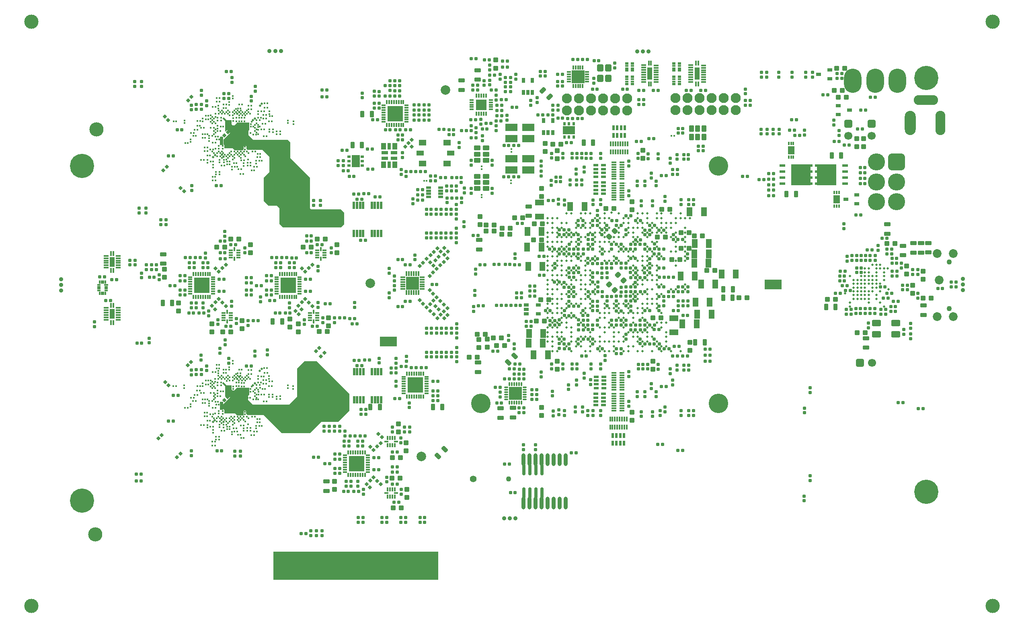
<source format=gbs>
G04 Layer_Color=16711935*
%FSLAX44Y44*%
%MOMM*%
G71*
G01*
G75*
%ADD95C,0.5000*%
%ADD185R,1.0000X0.4000*%
%ADD197R,0.9000X0.3500*%
%ADD198R,0.3500X0.9000*%
%ADD207R,0.4000X0.9500*%
%ADD208R,0.9500X0.4000*%
%ADD210R,2.7000X2.7000*%
%ADD226R,0.8500X0.3000*%
%ADD248R,34.8000X5.9750*%
%ADD255R,2.6000X1.8000*%
%ADD256R,0.6000X0.8000*%
G04:AMPARAMS|DCode=257|XSize=0.7mm|YSize=0.7mm|CornerRadius=0.11mm|HoleSize=0mm|Usage=FLASHONLY|Rotation=180.000|XOffset=0mm|YOffset=0mm|HoleType=Round|Shape=RoundedRectangle|*
%AMROUNDEDRECTD257*
21,1,0.7000,0.4800,0,0,180.0*
21,1,0.4800,0.7000,0,0,180.0*
1,1,0.2200,-0.2400,0.2400*
1,1,0.2200,0.2400,0.2400*
1,1,0.2200,0.2400,-0.2400*
1,1,0.2200,-0.2400,-0.2400*
%
%ADD257ROUNDEDRECTD257*%
G04:AMPARAMS|DCode=258|XSize=1.4mm|YSize=0.9mm|CornerRadius=0.15mm|HoleSize=0mm|Usage=FLASHONLY|Rotation=0.000|XOffset=0mm|YOffset=0mm|HoleType=Round|Shape=RoundedRectangle|*
%AMROUNDEDRECTD258*
21,1,1.4000,0.6000,0,0,0.0*
21,1,1.1000,0.9000,0,0,0.0*
1,1,0.3000,0.5500,-0.3000*
1,1,0.3000,-0.5500,-0.3000*
1,1,0.3000,-0.5500,0.3000*
1,1,0.3000,0.5500,0.3000*
%
%ADD258ROUNDEDRECTD258*%
G04:AMPARAMS|DCode=259|XSize=0.7mm|YSize=0.7mm|CornerRadius=0.11mm|HoleSize=0mm|Usage=FLASHONLY|Rotation=270.000|XOffset=0mm|YOffset=0mm|HoleType=Round|Shape=RoundedRectangle|*
%AMROUNDEDRECTD259*
21,1,0.7000,0.4800,0,0,270.0*
21,1,0.4800,0.7000,0,0,270.0*
1,1,0.2200,-0.2400,-0.2400*
1,1,0.2200,-0.2400,0.2400*
1,1,0.2200,0.2400,0.2400*
1,1,0.2200,0.2400,-0.2400*
%
%ADD259ROUNDEDRECTD259*%
G04:AMPARAMS|DCode=260|XSize=0.6mm|YSize=0.7mm|CornerRadius=0.1mm|HoleSize=0mm|Usage=FLASHONLY|Rotation=0.000|XOffset=0mm|YOffset=0mm|HoleType=Round|Shape=RoundedRectangle|*
%AMROUNDEDRECTD260*
21,1,0.6000,0.5000,0,0,0.0*
21,1,0.4000,0.7000,0,0,0.0*
1,1,0.2000,0.2000,-0.2500*
1,1,0.2000,-0.2000,-0.2500*
1,1,0.2000,-0.2000,0.2500*
1,1,0.2000,0.2000,0.2500*
%
%ADD260ROUNDEDRECTD260*%
G04:AMPARAMS|DCode=261|XSize=0.6mm|YSize=0.7mm|CornerRadius=0.1mm|HoleSize=0mm|Usage=FLASHONLY|Rotation=270.000|XOffset=0mm|YOffset=0mm|HoleType=Round|Shape=RoundedRectangle|*
%AMROUNDEDRECTD261*
21,1,0.6000,0.5000,0,0,270.0*
21,1,0.4000,0.7000,0,0,270.0*
1,1,0.2000,-0.2500,-0.2000*
1,1,0.2000,-0.2500,0.2000*
1,1,0.2000,0.2500,0.2000*
1,1,0.2000,0.2500,-0.2000*
%
%ADD261ROUNDEDRECTD261*%
G04:AMPARAMS|DCode=262|XSize=0.6mm|YSize=0.7mm|CornerRadius=0.1mm|HoleSize=0mm|Usage=FLASHONLY|Rotation=315.000|XOffset=0mm|YOffset=0mm|HoleType=Round|Shape=RoundedRectangle|*
%AMROUNDEDRECTD262*
21,1,0.6000,0.5000,0,0,315.0*
21,1,0.4000,0.7000,0,0,315.0*
1,1,0.2000,-0.0354,-0.3182*
1,1,0.2000,-0.3182,-0.0354*
1,1,0.2000,0.0354,0.3182*
1,1,0.2000,0.3182,0.0354*
%
%ADD262ROUNDEDRECTD262*%
G04:AMPARAMS|DCode=263|XSize=0.6mm|YSize=0.7mm|CornerRadius=0.1mm|HoleSize=0mm|Usage=FLASHONLY|Rotation=225.000|XOffset=0mm|YOffset=0mm|HoleType=Round|Shape=RoundedRectangle|*
%AMROUNDEDRECTD263*
21,1,0.6000,0.5000,0,0,225.0*
21,1,0.4000,0.7000,0,0,225.0*
1,1,0.2000,-0.3182,0.0354*
1,1,0.2000,-0.0354,0.3182*
1,1,0.2000,0.3182,-0.0354*
1,1,0.2000,0.0354,-0.3182*
%
%ADD263ROUNDEDRECTD263*%
G04:AMPARAMS|DCode=264|XSize=1.1mm|YSize=1mm|CornerRadius=0.1625mm|HoleSize=0mm|Usage=FLASHONLY|Rotation=90.000|XOffset=0mm|YOffset=0mm|HoleType=Round|Shape=RoundedRectangle|*
%AMROUNDEDRECTD264*
21,1,1.1000,0.6750,0,0,90.0*
21,1,0.7750,1.0000,0,0,90.0*
1,1,0.3250,0.3375,0.3875*
1,1,0.3250,0.3375,-0.3875*
1,1,0.3250,-0.3375,-0.3875*
1,1,0.3250,-0.3375,0.3875*
%
%ADD264ROUNDEDRECTD264*%
G04:AMPARAMS|DCode=265|XSize=1.1mm|YSize=1mm|CornerRadius=0.1625mm|HoleSize=0mm|Usage=FLASHONLY|Rotation=0.000|XOffset=0mm|YOffset=0mm|HoleType=Round|Shape=RoundedRectangle|*
%AMROUNDEDRECTD265*
21,1,1.1000,0.6750,0,0,0.0*
21,1,0.7750,1.0000,0,0,0.0*
1,1,0.3250,0.3875,-0.3375*
1,1,0.3250,-0.3875,-0.3375*
1,1,0.3250,-0.3875,0.3375*
1,1,0.3250,0.3875,0.3375*
%
%ADD265ROUNDEDRECTD265*%
G04:AMPARAMS|DCode=266|XSize=1.4mm|YSize=0.9mm|CornerRadius=0.15mm|HoleSize=0mm|Usage=FLASHONLY|Rotation=270.000|XOffset=0mm|YOffset=0mm|HoleType=Round|Shape=RoundedRectangle|*
%AMROUNDEDRECTD266*
21,1,1.4000,0.6000,0,0,270.0*
21,1,1.1000,0.9000,0,0,270.0*
1,1,0.3000,-0.3000,-0.5500*
1,1,0.3000,-0.3000,0.5500*
1,1,0.3000,0.3000,0.5500*
1,1,0.3000,0.3000,-0.5500*
%
%ADD266ROUNDEDRECTD266*%
%ADD267R,0.8000X0.6000*%
%ADD268R,1.8000X2.6000*%
%ADD273C,1.7000*%
%ADD281C,3.0000*%
G04:AMPARAMS|DCode=289|XSize=0.7mm|YSize=1.1mm|CornerRadius=0.125mm|HoleSize=0mm|Usage=FLASHONLY|Rotation=0.000|XOffset=0mm|YOffset=0mm|HoleType=Round|Shape=RoundedRectangle|*
%AMROUNDEDRECTD289*
21,1,0.7000,0.8500,0,0,0.0*
21,1,0.4500,1.1000,0,0,0.0*
1,1,0.2500,0.2250,-0.4250*
1,1,0.2500,-0.2250,-0.4250*
1,1,0.2500,-0.2250,0.4250*
1,1,0.2500,0.2250,0.4250*
%
%ADD289ROUNDEDRECTD289*%
%ADD295R,0.7000X0.5500*%
%ADD296R,0.7000X0.4000*%
%ADD297R,0.8000X4.3000*%
%ADD298R,0.8000X3.3000*%
G04:AMPARAMS|DCode=301|XSize=0.7mm|YSize=0.7mm|CornerRadius=0.11mm|HoleSize=0mm|Usage=FLASHONLY|Rotation=315.000|XOffset=0mm|YOffset=0mm|HoleType=Round|Shape=RoundedRectangle|*
%AMROUNDEDRECTD301*
21,1,0.7000,0.4800,0,0,315.0*
21,1,0.4800,0.7000,0,0,315.0*
1,1,0.2200,0.0000,-0.3394*
1,1,0.2200,-0.3394,0.0000*
1,1,0.2200,0.0000,0.3394*
1,1,0.2200,0.3394,0.0000*
%
%ADD301ROUNDEDRECTD301*%
G04:AMPARAMS|DCode=305|XSize=0.7mm|YSize=0.7mm|CornerRadius=0.11mm|HoleSize=0mm|Usage=FLASHONLY|Rotation=45.000|XOffset=0mm|YOffset=0mm|HoleType=Round|Shape=RoundedRectangle|*
%AMROUNDEDRECTD305*
21,1,0.7000,0.4800,0,0,45.0*
21,1,0.4800,0.7000,0,0,45.0*
1,1,0.2200,0.3394,0.0000*
1,1,0.2200,0.0000,-0.3394*
1,1,0.2200,-0.3394,0.0000*
1,1,0.2200,0.0000,0.3394*
%
%ADD305ROUNDEDRECTD305*%
G04:AMPARAMS|DCode=306|XSize=1.4mm|YSize=0.9mm|CornerRadius=0.15mm|HoleSize=0mm|Usage=FLASHONLY|Rotation=225.000|XOffset=0mm|YOffset=0mm|HoleType=Round|Shape=RoundedRectangle|*
%AMROUNDEDRECTD306*
21,1,1.4000,0.6000,0,0,225.0*
21,1,1.1000,0.9000,0,0,225.0*
1,1,0.3000,-0.6010,-0.1768*
1,1,0.3000,0.1768,0.6010*
1,1,0.3000,0.6010,0.1768*
1,1,0.3000,-0.1768,-0.6010*
%
%ADD306ROUNDEDRECTD306*%
G04:AMPARAMS|DCode=307|XSize=1.4mm|YSize=0.9mm|CornerRadius=0.15mm|HoleSize=0mm|Usage=FLASHONLY|Rotation=315.000|XOffset=0mm|YOffset=0mm|HoleType=Round|Shape=RoundedRectangle|*
%AMROUNDEDRECTD307*
21,1,1.4000,0.6000,0,0,315.0*
21,1,1.1000,0.9000,0,0,315.0*
1,1,0.3000,0.1768,-0.6010*
1,1,0.3000,-0.6010,0.1768*
1,1,0.3000,-0.1768,0.6010*
1,1,0.3000,0.6010,-0.1768*
%
%ADD307ROUNDEDRECTD307*%
%ADD316C,0.4500*%
%ADD327R,0.7500X0.3000*%
%ADD328R,0.3000X0.7500*%
G04:AMPARAMS|DCode=338|XSize=1.9mm|YSize=1.25mm|CornerRadius=0.1938mm|HoleSize=0mm|Usage=FLASHONLY|Rotation=270.000|XOffset=0mm|YOffset=0mm|HoleType=Round|Shape=RoundedRectangle|*
%AMROUNDEDRECTD338*
21,1,1.9000,0.8625,0,0,270.0*
21,1,1.5125,1.2500,0,0,270.0*
1,1,0.3875,-0.4313,-0.7562*
1,1,0.3875,-0.4313,0.7562*
1,1,0.3875,0.4313,0.7562*
1,1,0.3875,0.4313,-0.7562*
%
%ADD338ROUNDEDRECTD338*%
G04:AMPARAMS|DCode=347|XSize=1.9mm|YSize=1.25mm|CornerRadius=0.1938mm|HoleSize=0mm|Usage=FLASHONLY|Rotation=180.000|XOffset=0mm|YOffset=0mm|HoleType=Round|Shape=RoundedRectangle|*
%AMROUNDEDRECTD347*
21,1,1.9000,0.8625,0,0,180.0*
21,1,1.5125,1.2500,0,0,180.0*
1,1,0.3875,-0.7562,0.4313*
1,1,0.3875,0.7562,0.4313*
1,1,0.3875,0.7562,-0.4313*
1,1,0.3875,-0.7562,-0.4313*
%
%ADD347ROUNDEDRECTD347*%
%ADD350R,3.6000X2.0000*%
%ADD360C,2.0000*%
%ADD368R,0.4000X1.0000*%
%ADD371C,5.1000*%
%ADD372O,3.7000X5.1000*%
%ADD373C,2.1000*%
%ADD374C,3.6000*%
G04:AMPARAMS|DCode=375|XSize=3.6mm|YSize=3.6mm|CornerRadius=0.925mm|HoleSize=0mm|Usage=FLASHONLY|Rotation=90.000|XOffset=0mm|YOffset=0mm|HoleType=Round|Shape=RoundedRectangle|*
%AMROUNDEDRECTD375*
21,1,3.6000,1.7500,0,0,90.0*
21,1,1.7500,3.6000,0,0,90.0*
1,1,1.8500,0.8750,0.8750*
1,1,1.8500,0.8750,-0.8750*
1,1,1.8500,-0.8750,-0.8750*
1,1,1.8500,-0.8750,0.8750*
%
%ADD375ROUNDEDRECTD375*%
G04:AMPARAMS|DCode=376|XSize=1.624mm|YSize=1.624mm|CornerRadius=0.2405mm|HoleSize=0mm|Usage=FLASHONLY|Rotation=90.000|XOffset=0mm|YOffset=0mm|HoleType=Round|Shape=RoundedRectangle|*
%AMROUNDEDRECTD376*
21,1,1.6240,1.1430,0,0,90.0*
21,1,1.1430,1.6240,0,0,90.0*
1,1,0.4810,0.5715,0.5715*
1,1,0.4810,0.5715,-0.5715*
1,1,0.4810,-0.5715,-0.5715*
1,1,0.4810,-0.5715,0.5715*
%
%ADD376ROUNDEDRECTD376*%
%ADD377O,2.1000X5.1000*%
%ADD378O,2.3000X5.1000*%
%ADD379O,5.1000X2.1000*%
G04:AMPARAMS|DCode=380|XSize=1.624mm|YSize=1.624mm|CornerRadius=0.2405mm|HoleSize=0mm|Usage=FLASHONLY|Rotation=0.000|XOffset=0mm|YOffset=0mm|HoleType=Round|Shape=RoundedRectangle|*
%AMROUNDEDRECTD380*
21,1,1.6240,1.1430,0,0,0.0*
21,1,1.1430,1.6240,0,0,0.0*
1,1,0.4810,0.5715,-0.5715*
1,1,0.4810,-0.5715,-0.5715*
1,1,0.4810,-0.5715,0.5715*
1,1,0.4810,0.5715,0.5715*
%
%ADD380ROUNDEDRECTD380*%
%ADD381C,0.9000*%
%ADD382C,2.9800*%
%ADD383C,1.8500*%
%ADD384C,1.1000*%
%ADD385C,1.4000*%
%ADD387C,4.1000*%
%ADD388R,1.1000X0.5000*%
%ADD389O,0.8000X2.7000*%
G04:AMPARAMS|DCode=390|XSize=2.3mm|YSize=0.65mm|CornerRadius=0.1875mm|HoleSize=0mm|Usage=FLASHONLY|Rotation=90.000|XOffset=0mm|YOffset=0mm|HoleType=Round|Shape=RoundedRectangle|*
%AMROUNDEDRECTD390*
21,1,2.3000,0.2750,0,0,90.0*
21,1,1.9250,0.6500,0,0,90.0*
1,1,0.3750,0.1375,0.9625*
1,1,0.3750,0.1375,-0.9625*
1,1,0.3750,-0.1375,-0.9625*
1,1,0.3750,-0.1375,0.9625*
%
%ADD390ROUNDEDRECTD390*%
%ADD391R,1.6000X1.3000*%
%ADD392R,1.5000X1.0000*%
G04:AMPARAMS|DCode=393|XSize=1.1mm|YSize=1mm|CornerRadius=0.1625mm|HoleSize=0mm|Usage=FLASHONLY|Rotation=135.000|XOffset=0mm|YOffset=0mm|HoleType=Round|Shape=RoundedRectangle|*
%AMROUNDEDRECTD393*
21,1,1.1000,0.6750,0,0,135.0*
21,1,0.7750,1.0000,0,0,135.0*
1,1,0.3250,-0.0354,0.5127*
1,1,0.3250,0.5127,-0.0354*
1,1,0.3250,0.0354,-0.5127*
1,1,0.3250,-0.5127,0.0354*
%
%ADD393ROUNDEDRECTD393*%
G04:AMPARAMS|DCode=394|XSize=1.1mm|YSize=1mm|CornerRadius=0.1625mm|HoleSize=0mm|Usage=FLASHONLY|Rotation=225.000|XOffset=0mm|YOffset=0mm|HoleType=Round|Shape=RoundedRectangle|*
%AMROUNDEDRECTD394*
21,1,1.1000,0.6750,0,0,225.0*
21,1,0.7750,1.0000,0,0,225.0*
1,1,0.3250,-0.5127,-0.0354*
1,1,0.3250,0.0354,0.5127*
1,1,0.3250,0.5127,0.0354*
1,1,0.3250,-0.0354,-0.5127*
%
%ADD394ROUNDEDRECTD394*%
%ADD395R,1.3000X0.6000*%
%ADD396R,4.1500X4.4000*%
G04:AMPARAMS|DCode=397|XSize=0.7mm|YSize=1.1mm|CornerRadius=0.125mm|HoleSize=0mm|Usage=FLASHONLY|Rotation=270.000|XOffset=0mm|YOffset=0mm|HoleType=Round|Shape=RoundedRectangle|*
%AMROUNDEDRECTD397*
21,1,0.7000,0.8500,0,0,270.0*
21,1,0.4500,1.1000,0,0,270.0*
1,1,0.2500,-0.4250,-0.2250*
1,1,0.2500,-0.4250,0.2250*
1,1,0.2500,0.4250,0.2250*
1,1,0.2500,0.4250,-0.2250*
%
%ADD397ROUNDEDRECTD397*%
%ADD398R,1.4500X1.7500*%
%ADD399R,0.4000X0.8000*%
%ADD400R,1.0000X0.4500*%
%ADD401R,0.4500X1.0000*%
%ADD402R,1.1000X2.6500*%
%ADD403O,1.0000X0.3500*%
%ADD404O,0.3500X1.0000*%
%ADD405R,0.4500X0.4000*%
G04:AMPARAMS|DCode=406|XSize=1.1mm|YSize=1.3mm|CornerRadius=0.175mm|HoleSize=0mm|Usage=FLASHONLY|Rotation=90.000|XOffset=0mm|YOffset=0mm|HoleType=Round|Shape=RoundedRectangle|*
%AMROUNDEDRECTD406*
21,1,1.1000,0.9500,0,0,90.0*
21,1,0.7500,1.3000,0,0,90.0*
1,1,0.3500,0.4750,0.3750*
1,1,0.3500,0.4750,-0.3750*
1,1,0.3500,-0.4750,-0.3750*
1,1,0.3500,-0.4750,0.3750*
%
%ADD406ROUNDEDRECTD406*%
%ADD407R,0.4000X0.4500*%
G04:AMPARAMS|DCode=408|XSize=0.4mm|YSize=0.45mm|CornerRadius=0mm|HoleSize=0mm|Usage=FLASHONLY|Rotation=45.000|XOffset=0mm|YOffset=0mm|HoleType=Round|Shape=Rectangle|*
%AMROTATEDRECTD408*
4,1,4,0.0177,-0.3005,-0.3005,0.0177,-0.0177,0.3005,0.3005,-0.0177,0.0177,-0.3005,0.0*
%
%ADD408ROTATEDRECTD408*%

%ADD409R,0.5000X1.0500*%
%ADD410R,1.0500X0.5000*%
%ADD411R,0.5500X1.5000*%
%ADD412R,2.8000X2.8000*%
G04:AMPARAMS|DCode=413|XSize=0.4mm|YSize=0.45mm|CornerRadius=0mm|HoleSize=0mm|Usage=FLASHONLY|Rotation=135.000|XOffset=0mm|YOffset=0mm|HoleType=Round|Shape=Rectangle|*
%AMROTATEDRECTD413*
4,1,4,0.3005,0.0177,-0.0177,-0.3005,-0.3005,-0.0177,0.0177,0.3005,0.3005,0.0177,0.0*
%
%ADD413ROTATEDRECTD413*%

%ADD414R,1.0500X0.4500*%
%ADD415R,0.4500X1.0500*%
G04:AMPARAMS|DCode=416|XSize=1.9mm|YSize=1.3mm|CornerRadius=0.2mm|HoleSize=0mm|Usage=FLASHONLY|Rotation=180.000|XOffset=0mm|YOffset=0mm|HoleType=Round|Shape=RoundedRectangle|*
%AMROUNDEDRECTD416*
21,1,1.9000,0.9000,0,0,180.0*
21,1,1.5000,1.3000,0,0,180.0*
1,1,0.4000,-0.7500,0.4500*
1,1,0.4000,0.7500,0.4500*
1,1,0.4000,0.7500,-0.4500*
1,1,0.4000,-0.7500,-0.4500*
%
%ADD416ROUNDEDRECTD416*%
%ADD417R,1.1000X1.4500*%
%ADD418R,1.4500X0.8000*%
%ADD419R,0.8000X1.4500*%
G04:AMPARAMS|DCode=420|XSize=2.6mm|YSize=1.6mm|CornerRadius=0.2375mm|HoleSize=0mm|Usage=FLASHONLY|Rotation=0.000|XOffset=0mm|YOffset=0mm|HoleType=Round|Shape=RoundedRectangle|*
%AMROUNDEDRECTD420*
21,1,2.6000,1.1250,0,0,0.0*
21,1,2.1250,1.6000,0,0,0.0*
1,1,0.4750,1.0625,-0.5625*
1,1,0.4750,-1.0625,-0.5625*
1,1,0.4750,-1.0625,0.5625*
1,1,0.4750,1.0625,0.5625*
%
%ADD420ROUNDEDRECTD420*%
G04:AMPARAMS|DCode=421|XSize=1.5mm|YSize=1.3mm|CornerRadius=0.2mm|HoleSize=0mm|Usage=FLASHONLY|Rotation=270.000|XOffset=0mm|YOffset=0mm|HoleType=Round|Shape=RoundedRectangle|*
%AMROUNDEDRECTD421*
21,1,1.5000,0.9000,0,0,270.0*
21,1,1.1000,1.3000,0,0,270.0*
1,1,0.4000,-0.4500,-0.5500*
1,1,0.4000,-0.4500,0.5500*
1,1,0.4000,0.4500,0.5500*
1,1,0.4000,0.4500,-0.5500*
%
%ADD421ROUNDEDRECTD421*%
G04:AMPARAMS|DCode=422|XSize=1.1mm|YSize=1.3mm|CornerRadius=0.175mm|HoleSize=0mm|Usage=FLASHONLY|Rotation=0.000|XOffset=0mm|YOffset=0mm|HoleType=Round|Shape=RoundedRectangle|*
%AMROUNDEDRECTD422*
21,1,1.1000,0.9500,0,0,0.0*
21,1,0.7500,1.3000,0,0,0.0*
1,1,0.3500,0.3750,-0.4750*
1,1,0.3500,-0.3750,-0.4750*
1,1,0.3500,-0.3750,0.4750*
1,1,0.3500,0.3750,0.4750*
%
%ADD422ROUNDEDRECTD422*%
%ADD423R,3.2000X3.2000*%
%ADD424R,2.2000X2.2000*%
%ADD425R,3.3000X3.3000*%
%ADD426R,0.3500X0.8500*%
%ADD427R,0.8500X0.3500*%
%ADD428R,0.3500X1.0000*%
%ADD429R,1.0000X0.3500*%
%ADD430R,1.0000X2.0000*%
%ADD431C,0.3900*%
G36*
X513000Y458252D02*
X539500Y458252D01*
X539500Y458252D01*
X539549Y458248D01*
X539598Y458243D01*
X539670Y458221D01*
X539692Y458214D01*
X539779Y458168D01*
X539855Y458105D01*
X607605Y390356D01*
X607605Y390355D01*
X607668Y390279D01*
X607714Y390192D01*
X607721Y390171D01*
X607743Y390098D01*
X607752Y390000D01*
X607752Y354750D01*
X607752Y354750D01*
X607747Y354701D01*
X607743Y354652D01*
X607721Y354580D01*
X607714Y354558D01*
X607668Y354471D01*
X607605Y354395D01*
X583855Y330645D01*
X583855Y330645D01*
X583821Y330617D01*
X583779Y330582D01*
X583692Y330536D01*
X583598Y330507D01*
X583589Y330506D01*
X583500Y330498D01*
X583500Y330498D01*
X548458Y330498D01*
X524855Y306895D01*
X524855Y306895D01*
X524821Y306867D01*
X524779Y306832D01*
X524692Y306786D01*
X524598Y306757D01*
X524500Y306748D01*
X524500Y306748D01*
X465750D01*
X465750Y306748D01*
X465701Y306752D01*
X465652Y306757D01*
X465580Y306779D01*
X465558Y306786D01*
X465471Y306832D01*
X465395Y306895D01*
X427645Y344645D01*
X427645Y344645D01*
X427582Y344721D01*
X427536Y344808D01*
X427507Y344902D01*
X427498Y344997D01*
X394362Y344998D01*
X394362D01*
D01*
X394353Y344999D01*
X394264Y345007D01*
X394170Y345036D01*
X394130Y345057D01*
X394083Y345082D01*
X394049Y345110D01*
X394007Y345145D01*
X394007Y345145D01*
X390628Y348524D01*
X390628Y348524D01*
X390600Y348558D01*
X390565Y348600D01*
X390519Y348687D01*
X390490Y348781D01*
X390490Y348791D01*
X390481Y348879D01*
X390481Y348880D01*
X390481Y353171D01*
X389525Y354127D01*
X385941D01*
X384986Y353171D01*
Y344879D01*
X384976Y344781D01*
X384947Y344687D01*
X384901Y344600D01*
X384838Y344524D01*
X384762Y344462D01*
X384675Y344415D01*
X384581Y344386D01*
X384483Y344377D01*
X372121D01*
X372121Y344377D01*
X372032Y344386D01*
X372023Y344386D01*
X371928Y344415D01*
X371842Y344462D01*
X371800Y344496D01*
X371765Y344524D01*
X371765Y344524D01*
X367542Y348748D01*
X344750D01*
X344652Y348757D01*
X344558Y348786D01*
X344471Y348832D01*
X344395Y348895D01*
X344332Y348971D01*
X344286Y349058D01*
X344257Y349152D01*
X344248Y349250D01*
Y356042D01*
X342378Y357911D01*
X342316Y357988D01*
X342269Y358074D01*
X342262Y358096D01*
X342241Y358169D01*
X342236Y358218D01*
X342231Y358267D01*
X342231Y358267D01*
Y367879D01*
X342241Y367977D01*
X342269Y368072D01*
X342316Y368158D01*
X342378Y368235D01*
X342378Y368235D01*
X348628Y374484D01*
X348628Y374485D01*
X356231Y382088D01*
X356231Y383421D01*
X352275Y387377D01*
X350191D01*
X347089Y384274D01*
X347089Y384274D01*
X347054Y384246D01*
X347012Y384212D01*
X346925Y384165D01*
X346831Y384137D01*
X346822Y384136D01*
X346733Y384127D01*
X346684Y384132D01*
X346635Y384137D01*
X346563Y384159D01*
X346541Y384165D01*
X346454Y384212D01*
X346378Y384274D01*
X346350Y384308D01*
X346315Y384350D01*
X346269Y384437D01*
X346240Y384531D01*
X346240Y384540D01*
X346231Y384629D01*
X346231Y384630D01*
Y406421D01*
X340628Y412024D01*
Y412024D01*
X340628D01*
X340565Y412100D01*
X340525Y412176D01*
X340519Y412187D01*
D01*
X340519Y412187D01*
X340490Y412281D01*
X340482Y412370D01*
X340481Y412379D01*
D01*
Y412379D01*
X340490Y412477D01*
X340499Y412506D01*
X340519Y412572D01*
X340565Y412659D01*
X340628Y412735D01*
X340628Y412735D01*
X342378Y414484D01*
X342454Y414547D01*
X342495Y414568D01*
X342541Y414593D01*
X342570Y414602D01*
X342635Y414622D01*
X342733Y414632D01*
X342831Y414622D01*
X342860Y414613D01*
X342926Y414593D01*
X342966Y414572D01*
X343013Y414547D01*
X343089Y414484D01*
X343089Y414484D01*
X349691Y407882D01*
X359750Y407882D01*
X359848Y407872D01*
X359942Y407844D01*
X360029Y407797D01*
X360105Y407735D01*
X360168Y407658D01*
X360214Y407571D01*
X360243Y407477D01*
X360252Y407379D01*
X360252Y399071D01*
X362071Y397252D01*
X365792D01*
X371145Y402605D01*
X371221Y402668D01*
X371308Y402714D01*
X371330Y402721D01*
X371402Y402743D01*
X371451Y402747D01*
X371500Y402752D01*
X371500Y402752D01*
X396233Y402752D01*
X396331Y402743D01*
X396426Y402714D01*
X396512Y402668D01*
X396589Y402605D01*
X396651Y402529D01*
X396697Y402442D01*
X396726Y402348D01*
X396736Y402250D01*
X396736Y388130D01*
X396736Y388129D01*
X396731Y388080D01*
X396726Y388031D01*
X396704Y387959D01*
X396697Y387937D01*
X396651Y387850D01*
X396589Y387774D01*
X396588Y387774D01*
X394736Y385921D01*
X394736Y377087D01*
X404941Y366882D01*
X480921D01*
X498247Y384208D01*
X498248Y443500D01*
X498248Y443500D01*
X498252Y443549D01*
X498257Y443598D01*
X498279Y443670D01*
X498286Y443692D01*
X498332Y443779D01*
X498395Y443855D01*
X512645Y458105D01*
X512645Y458105D01*
X512679Y458133D01*
X512721Y458168D01*
X512808Y458214D01*
X512902Y458243D01*
X513000Y458252D01*
X513000Y458252D01*
D02*
G37*
G36*
X341260Y373147D02*
X341354Y373118D01*
X341441Y373072D01*
X341517Y373009D01*
X341580Y372933D01*
X341626Y372846D01*
X341655Y372752D01*
X341664Y372654D01*
Y356404D01*
X341655Y356306D01*
X341626Y356212D01*
X341580Y356125D01*
X341517Y356049D01*
X341441Y355987D01*
X341354Y355940D01*
X341260Y355911D01*
X341162Y355902D01*
X335912D01*
X335814Y355911D01*
X335720Y355940D01*
X335633Y355987D01*
X335557Y356049D01*
X335494Y356125D01*
X335448Y356212D01*
X335419Y356306D01*
X335410Y356404D01*
Y372654D01*
X335419Y372752D01*
X335448Y372846D01*
X335494Y372933D01*
X335557Y373009D01*
X335633Y373072D01*
X335720Y373118D01*
X335814Y373147D01*
X335912Y373157D01*
X341162D01*
X341260Y373147D01*
D02*
G37*
G36*
X341527Y931518D02*
X341621Y931489D01*
X341708Y931443D01*
X341784Y931380D01*
X341846Y931304D01*
X341893Y931217D01*
X341921Y931123D01*
X341931Y931025D01*
Y914775D01*
X341921Y914677D01*
X341893Y914583D01*
X341846Y914496D01*
X341784Y914420D01*
X341708Y914357D01*
X341621Y914311D01*
X341527Y914282D01*
X341429Y914273D01*
X336179D01*
X336081Y914282D01*
X335986Y914311D01*
X335900Y914357D01*
X335823Y914420D01*
X335761Y914496D01*
X335714Y914583D01*
X335686Y914677D01*
X335676Y914775D01*
Y931025D01*
X335686Y931123D01*
X335714Y931217D01*
X335761Y931304D01*
X335823Y931380D01*
X335900Y931443D01*
X335986Y931489D01*
X336081Y931518D01*
X336179Y931527D01*
X341429D01*
X341527Y931518D01*
D02*
G37*
G36*
X343098Y972993D02*
X343127Y972984D01*
X343192Y972964D01*
X343233Y972943D01*
X343279Y972918D01*
X343355Y972855D01*
X343355Y972855D01*
X349958Y966252D01*
X359750Y966252D01*
X359848Y966243D01*
X359942Y966214D01*
X360029Y966168D01*
X360105Y966105D01*
X360168Y966029D01*
X360214Y965942D01*
X360243Y965848D01*
X360252Y965750D01*
X360252Y957708D01*
X361958Y956002D01*
X365542Y956002D01*
X370645Y961105D01*
X370721Y961168D01*
X370808Y961214D01*
X370830Y961221D01*
X370902Y961243D01*
X370951Y961248D01*
X371000Y961253D01*
X371000Y961252D01*
X396500Y961252D01*
X396598Y961243D01*
X396692Y961214D01*
X396779Y961168D01*
X396855Y961105D01*
X396918Y961029D01*
X396964Y960942D01*
X396993Y960848D01*
X397002Y960750D01*
X397002Y946500D01*
X397002Y946500D01*
X396998Y946451D01*
X396993Y946402D01*
X396971Y946330D01*
X396964Y946308D01*
X396918Y946221D01*
X396855Y946145D01*
X396855Y946145D01*
X395002Y944292D01*
X395002Y935458D01*
X405208Y925252D01*
X446250Y925252D01*
X446250Y925252D01*
X446250Y925252D01*
X478250D01*
X478250Y925252D01*
X478299Y925248D01*
X478348Y925243D01*
X478420Y925221D01*
X478442Y925214D01*
X478529Y925168D01*
X478605Y925105D01*
X483605Y920105D01*
X483668Y920029D01*
X483714Y919942D01*
X483743Y919848D01*
X483752Y919750D01*
X483752Y919750D01*
X483752Y886458D01*
X524605Y845605D01*
X524668Y845529D01*
X524714Y845442D01*
X524743Y845348D01*
X524752Y845250D01*
X524752Y845250D01*
X524752Y781208D01*
X527458Y778502D01*
X590000Y778502D01*
X590000Y778502D01*
X590049Y778497D01*
X590098Y778493D01*
X590170Y778471D01*
X590192Y778464D01*
X590279Y778418D01*
X590355Y778355D01*
X590355Y778355D01*
X597105Y771605D01*
X597105Y771605D01*
X597133Y771571D01*
X597168Y771529D01*
X597214Y771442D01*
X597243Y771348D01*
X597243Y771339D01*
X597252Y771250D01*
X597252Y771250D01*
X597253Y747750D01*
X597253Y747750D01*
X597248Y747701D01*
X597243Y747652D01*
X597221Y747580D01*
X597214Y747558D01*
X597168Y747471D01*
X597105Y747395D01*
X590855Y741145D01*
X590855Y741145D01*
X590779Y741082D01*
X590692Y741036D01*
X590670Y741029D01*
X590598Y741007D01*
X590500Y740997D01*
X467500D01*
X467500Y740997D01*
X467451Y741002D01*
X467402Y741007D01*
X467330Y741029D01*
X467308Y741036D01*
X467221Y741082D01*
X467145Y741145D01*
X467145Y741145D01*
X460395Y747895D01*
X460395Y747895D01*
X460332Y747971D01*
X460286Y748058D01*
X460279Y748080D01*
X460257Y748152D01*
X460248Y748250D01*
X460248Y781042D01*
X455042Y786248D01*
X437750D01*
X437750Y786248D01*
X437701Y786252D01*
X437652Y786257D01*
X437580Y786279D01*
X437558Y786286D01*
X437471Y786332D01*
X437395Y786395D01*
X427645Y796145D01*
X427645Y796145D01*
X427582Y796221D01*
X427536Y796308D01*
X427529Y796330D01*
X427507Y796402D01*
X427498Y796500D01*
Y845250D01*
X427498Y845250D01*
X427502Y845299D01*
X427507Y845348D01*
X427529Y845420D01*
X427536Y845442D01*
X427582Y845529D01*
X427645Y845605D01*
X439748Y857708D01*
Y889042D01*
X425145Y903645D01*
X425145Y903645D01*
X425082Y903721D01*
X425068Y903748D01*
X394250Y903748D01*
X394250Y903748D01*
X394152Y903757D01*
X394058Y903786D01*
X393971Y903832D01*
X393929Y903867D01*
X393895Y903895D01*
X393894Y903895D01*
X390895Y906895D01*
X390895Y906895D01*
X390867Y906929D01*
X390832Y906971D01*
X390786Y907058D01*
X390757Y907152D01*
X390756Y907161D01*
X390747Y907250D01*
X390748Y907250D01*
X390748Y911542D01*
X389792Y912498D01*
X386208D01*
X385252Y911542D01*
Y906000D01*
X385252Y906000D01*
X385248Y905951D01*
X385243Y905902D01*
X385214Y905808D01*
X385168Y905721D01*
X385133Y905679D01*
X385105Y905645D01*
X385105Y905645D01*
X382855Y903395D01*
X382855Y903395D01*
X382779Y903332D01*
X382753Y903318D01*
X382692Y903286D01*
X382648Y903272D01*
X382598Y903257D01*
X382554Y903253D01*
X382500Y903248D01*
X382500Y903248D01*
X366749Y903248D01*
X366749Y903248D01*
X366669Y903256D01*
X366651Y903258D01*
X366557Y903287D01*
X366534Y903299D01*
X366470Y903333D01*
X366421Y903373D01*
X366394Y903395D01*
X366394Y903396D01*
X362292Y907498D01*
X345000Y907497D01*
X344902Y907507D01*
X344808Y907536D01*
X344721Y907582D01*
X344645Y907645D01*
X344582Y907721D01*
X344536Y907808D01*
X344507Y907902D01*
X344498Y908000D01*
X344497Y914292D01*
X342895Y915895D01*
X342895Y915895D01*
X342867Y915929D01*
X342832Y915971D01*
X342786Y916058D01*
X342757Y916152D01*
X342748Y916250D01*
X342748Y916250D01*
X342748Y925750D01*
X342757Y925848D01*
X342786Y925942D01*
X342832Y926029D01*
X342895Y926105D01*
X342895Y926105D01*
X356498Y939708D01*
X356497Y941792D01*
X352542Y945748D01*
X350458D01*
X347355Y942645D01*
X347355Y942645D01*
X347321Y942617D01*
X347279Y942582D01*
X347192Y942536D01*
X347098Y942507D01*
X347089Y942506D01*
X347000Y942498D01*
X346951Y942502D01*
X346902Y942507D01*
X346830Y942529D01*
X346808Y942536D01*
X346721Y942582D01*
X346645Y942645D01*
X346617Y942679D01*
X346582Y942721D01*
X346536Y942808D01*
X346507Y942902D01*
X346506Y942911D01*
X346497Y943000D01*
X346497Y943000D01*
Y964792D01*
X340895Y970395D01*
Y970395D01*
X340895D01*
X340832Y970471D01*
X340792Y970547D01*
X340786Y970558D01*
D01*
X340786Y970558D01*
X340757Y970652D01*
X340748Y970740D01*
X340747Y970750D01*
D01*
Y970750D01*
X340757Y970848D01*
X340766Y970877D01*
X340786Y970942D01*
X340832Y971029D01*
X340895Y971105D01*
X340895Y971105D01*
X342645Y972855D01*
X342721Y972918D01*
X342761Y972939D01*
X342808Y972964D01*
X342836Y972973D01*
X342902Y972993D01*
X343000Y973002D01*
X343098Y972993D01*
D02*
G37*
D95*
X1255250Y660000D02*
D03*
X1245250Y660000D02*
D03*
X1155250Y760000D02*
D03*
X1285250Y480000D02*
D03*
X1205250Y680000D02*
D03*
X1295250Y700000D02*
D03*
X1295250Y710000D02*
D03*
X1315250Y740000D02*
D03*
Y730000D02*
D03*
X1295250Y660000D02*
D03*
X1295250Y670000D02*
D03*
X1315250Y670000D02*
D03*
X1315250Y680000D02*
D03*
X1315250Y710000D02*
D03*
X1315250Y720000D02*
D03*
Y700000D02*
D03*
X1315250Y690000D02*
D03*
X1295250Y690000D02*
D03*
X1285250D02*
D03*
X1315250Y620000D02*
D03*
X1315250Y610000D02*
D03*
X1225250Y550000D02*
D03*
X1195250Y670000D02*
D03*
X1195250Y680000D02*
D03*
X1155250Y560000D02*
D03*
Y570000D02*
D03*
X1135250Y690000D02*
D03*
Y700000D02*
D03*
X1185250Y560000D02*
D03*
Y550000D02*
D03*
X1205250Y540000D02*
D03*
Y550000D02*
D03*
X1195250Y560000D02*
D03*
Y570000D02*
D03*
X1185250Y540000D02*
D03*
Y530000D02*
D03*
X1255250Y620000D02*
D03*
X1265250Y620000D02*
D03*
X1701750Y606000D02*
D03*
X1135250Y550000D02*
D03*
X1145250Y560000D02*
D03*
X1185250Y700000D02*
D03*
Y690000D02*
D03*
X1125250Y680000D02*
D03*
Y670000D02*
D03*
X1255250Y580000D02*
D03*
X1245250D02*
D03*
X1275250Y510000D02*
D03*
X1265250Y600000D02*
D03*
X1235250Y570000D02*
D03*
X1225250Y560000D02*
D03*
X1215250Y620000D02*
D03*
X1205250Y620000D02*
D03*
X1035250Y680000D02*
D03*
X1025250Y680000D02*
D03*
Y670000D02*
D03*
X1105250Y530000D02*
D03*
X1725750Y622000D02*
D03*
X1717750Y614000D02*
D03*
X1661750Y582000D02*
D03*
X1652093Y602000D02*
D03*
X1661750Y574000D02*
D03*
X1701750Y590000D02*
D03*
Y582000D02*
D03*
X1701750Y598000D02*
D03*
X1035250Y610000D02*
D03*
X1225250Y580000D02*
D03*
X1235250D02*
D03*
X1235250Y590000D02*
D03*
X1245250D02*
D03*
X1165250Y500000D02*
D03*
Y490000D02*
D03*
Y480000D02*
D03*
X1155250Y530000D02*
D03*
X1245250Y510000D02*
D03*
X1205250D02*
D03*
X1215250D02*
D03*
X1235250Y520000D02*
D03*
X1215250Y520000D02*
D03*
X1275250Y520000D02*
D03*
X1165250Y520000D02*
D03*
X1145250Y500000D02*
D03*
X1125250Y500000D02*
D03*
X1135250Y490000D02*
D03*
Y480000D02*
D03*
X1205250Y490000D02*
D03*
X1195250Y490000D02*
D03*
X1255250D02*
D03*
X1265250D02*
D03*
X1275250D02*
D03*
X1225250D02*
D03*
X1155250Y480000D02*
D03*
X1035250Y480000D02*
D03*
X1075250D02*
D03*
X1115250D02*
D03*
X1145250D02*
D03*
X1245250Y480000D02*
D03*
X1265250Y480000D02*
D03*
X1215250D02*
D03*
X1225250D02*
D03*
X1195250D02*
D03*
X1185250D02*
D03*
X1305250D02*
D03*
X1035250Y490000D02*
D03*
X1115250D02*
D03*
X1095250D02*
D03*
X1085250Y490000D02*
D03*
X1145250Y520000D02*
D03*
X1055250D02*
D03*
X1045250Y520000D02*
D03*
X1025250D02*
D03*
X1035250Y510000D02*
D03*
X1025250Y510000D02*
D03*
X1045250D02*
D03*
X1055250Y510000D02*
D03*
X1105250D02*
D03*
X1095250D02*
D03*
X1135250D02*
D03*
X1035250Y500000D02*
D03*
X1025250Y500000D02*
D03*
X1055250Y500000D02*
D03*
X1075250D02*
D03*
X1115250D02*
D03*
X1135250D02*
D03*
X1255250D02*
D03*
X1275250D02*
D03*
X1215250D02*
D03*
X1225250D02*
D03*
X1235250D02*
D03*
X1185250D02*
D03*
X1175250D02*
D03*
X1085250Y550000D02*
D03*
X1075250Y550000D02*
D03*
X1065250D02*
D03*
X1055250D02*
D03*
X1025250Y550000D02*
D03*
X1035250Y550000D02*
D03*
Y540000D02*
D03*
X1045250Y540000D02*
D03*
X1055250Y540000D02*
D03*
X1065250D02*
D03*
X1255250D02*
D03*
X1275250D02*
D03*
X1035250Y530000D02*
D03*
X1025250Y530000D02*
D03*
X1045250D02*
D03*
X1065250Y530000D02*
D03*
X1075250D02*
D03*
X1145250D02*
D03*
X1135250D02*
D03*
X1245250Y530000D02*
D03*
X1235250Y530000D02*
D03*
X1165250Y530000D02*
D03*
X1175250Y580000D02*
D03*
X1145250D02*
D03*
X1085250Y580000D02*
D03*
X1095250Y580000D02*
D03*
X1115250D02*
D03*
X1075250D02*
D03*
X1065250D02*
D03*
X1045250Y580000D02*
D03*
X1025250D02*
D03*
X1035250Y580000D02*
D03*
X1025250Y570000D02*
D03*
X1045250D02*
D03*
X1055250Y570000D02*
D03*
X1065250D02*
D03*
X1115250D02*
D03*
X1145250D02*
D03*
X1035250Y560000D02*
D03*
X1025250Y560000D02*
D03*
X1045250D02*
D03*
X1055250Y560000D02*
D03*
X1075250D02*
D03*
X1105250D02*
D03*
X1095250D02*
D03*
X1175250D02*
D03*
X1235250Y610000D02*
D03*
X1125250Y610000D02*
D03*
X1095250Y610000D02*
D03*
X1105250D02*
D03*
X1075250D02*
D03*
X1045250Y610000D02*
D03*
X1025250D02*
D03*
X1035250Y600000D02*
D03*
X1025250Y600000D02*
D03*
X1055250Y600000D02*
D03*
X1065250D02*
D03*
X1075250D02*
D03*
X1115250D02*
D03*
X1105250D02*
D03*
X1085250Y600000D02*
D03*
X1125250D02*
D03*
X1035250Y590000D02*
D03*
X1045250Y590000D02*
D03*
X1055250Y590000D02*
D03*
X1115250D02*
D03*
X1105250D02*
D03*
X1095250D02*
D03*
X1235250Y640000D02*
D03*
X1215250D02*
D03*
X1205250Y640000D02*
D03*
X1255250Y640000D02*
D03*
X1245250Y640000D02*
D03*
X1095250Y640000D02*
D03*
X1105250D02*
D03*
X1115250D02*
D03*
X1065250D02*
D03*
X1055250D02*
D03*
X1045250Y640000D02*
D03*
X1035250Y640000D02*
D03*
Y630000D02*
D03*
X1045250Y630000D02*
D03*
X1075250Y630000D02*
D03*
X1115250D02*
D03*
X1085250Y630000D02*
D03*
X1245250D02*
D03*
X1255250Y630000D02*
D03*
X1215250D02*
D03*
X1225250D02*
D03*
X1235250D02*
D03*
X1045250Y620000D02*
D03*
X1055250Y620000D02*
D03*
X1065250D02*
D03*
X1075250D02*
D03*
X1115250D02*
D03*
X1105250D02*
D03*
X1125250Y620000D02*
D03*
X1225250Y620000D02*
D03*
X1165250Y670000D02*
D03*
X1175250Y670000D02*
D03*
X1145250D02*
D03*
X1155250D02*
D03*
X1095250D02*
D03*
X1105250D02*
D03*
X1115250D02*
D03*
X1075250D02*
D03*
X1065250D02*
D03*
X1055250D02*
D03*
X1045250Y670000D02*
D03*
X1025250Y660000D02*
D03*
X1045250D02*
D03*
X1055250Y660000D02*
D03*
X1105250D02*
D03*
X1085250Y660000D02*
D03*
X1205250D02*
D03*
X1225250Y660000D02*
D03*
X1235250D02*
D03*
X1035250Y650000D02*
D03*
X1025250Y650000D02*
D03*
X1055250Y650000D02*
D03*
X1065250D02*
D03*
X1075250D02*
D03*
X1115250D02*
D03*
X1105250D02*
D03*
X1085250Y650000D02*
D03*
X1255250Y650000D02*
D03*
X1205250Y650000D02*
D03*
X1215250Y650000D02*
D03*
X1225250D02*
D03*
X1235250D02*
D03*
X1175250Y700000D02*
D03*
X1235250D02*
D03*
X1255250D02*
D03*
X1085250Y700000D02*
D03*
X1115250Y700000D02*
D03*
X1065250D02*
D03*
X1055250D02*
D03*
X1025250Y700000D02*
D03*
X1035250Y700000D02*
D03*
Y690000D02*
D03*
X1045250Y690000D02*
D03*
X1055250Y690000D02*
D03*
X1065250D02*
D03*
X1155250D02*
D03*
X1245250Y690000D02*
D03*
X1205250D02*
D03*
X1235250Y690000D02*
D03*
X1195250D02*
D03*
X1045250Y680000D02*
D03*
X1065250Y680000D02*
D03*
X1075250D02*
D03*
X1095250D02*
D03*
X1085250Y680000D02*
D03*
X1165250D02*
D03*
X1125250Y730000D02*
D03*
X1135250Y730000D02*
D03*
X1145250D02*
D03*
X1085250Y730000D02*
D03*
X1115250Y730000D02*
D03*
X1075250D02*
D03*
X1065250D02*
D03*
X1045250Y730000D02*
D03*
X1025250D02*
D03*
X1035250Y730000D02*
D03*
X1025250Y720000D02*
D03*
X1045250D02*
D03*
X1055250Y720000D02*
D03*
X1065250D02*
D03*
X1075250D02*
D03*
X1105250D02*
D03*
X1095250D02*
D03*
X1145250D02*
D03*
X1125250Y720000D02*
D03*
X1035250Y710000D02*
D03*
X1025250Y710000D02*
D03*
X1045250D02*
D03*
X1055250Y710000D02*
D03*
X1075250D02*
D03*
X1095250D02*
D03*
X1085250Y710000D02*
D03*
X1145250Y710000D02*
D03*
X1135250D02*
D03*
X1125250Y710000D02*
D03*
X1135250Y740000D02*
D03*
X1145250D02*
D03*
X1085250Y740000D02*
D03*
X1095250Y740000D02*
D03*
X1105250D02*
D03*
X1115250D02*
D03*
X1055250D02*
D03*
X1045250Y740000D02*
D03*
X1035250Y740000D02*
D03*
X1085250Y750000D02*
D03*
X1105250Y750000D02*
D03*
X1115250D02*
D03*
X1065250D02*
D03*
X1055250D02*
D03*
X1025250Y750000D02*
D03*
X1035250Y750000D02*
D03*
Y760000D02*
D03*
X1025250Y760000D02*
D03*
X1045250D02*
D03*
X1095250Y760000D02*
D03*
X1145250D02*
D03*
X1125250Y760000D02*
D03*
X1115250Y770000D02*
D03*
X1145250Y770000D02*
D03*
X1075250Y770000D02*
D03*
X1095250Y770000D02*
D03*
X1105250D02*
D03*
X1065250D02*
D03*
X1733750Y574000D02*
D03*
X1725750Y582000D02*
D03*
X1741750Y654000D02*
D03*
X1733750Y630000D02*
D03*
X1733750Y638000D02*
D03*
Y646000D02*
D03*
X1733750Y654000D02*
D03*
X1725750Y662000D02*
D03*
Y654000D02*
D03*
X1709750Y662000D02*
D03*
X1717750D02*
D03*
Y654000D02*
D03*
X1693750Y654000D02*
D03*
X1701750D02*
D03*
X1709750Y638000D02*
D03*
X1717750Y646000D02*
D03*
Y638000D02*
D03*
X1693750Y638000D02*
D03*
Y646000D02*
D03*
X1701750D02*
D03*
Y638000D02*
D03*
X1685750Y638000D02*
D03*
X1661750D02*
D03*
X1709750Y622000D02*
D03*
Y630000D02*
D03*
X1693750Y622000D02*
D03*
Y630000D02*
D03*
X1701750D02*
D03*
Y622000D02*
D03*
X1677750Y622000D02*
D03*
Y630000D02*
D03*
X1685750D02*
D03*
Y622000D02*
D03*
X1669750Y630000D02*
D03*
Y622000D02*
D03*
X1717750Y598000D02*
D03*
Y590000D02*
D03*
X1693750Y590000D02*
D03*
Y598000D02*
D03*
X1677750Y590000D02*
D03*
Y598000D02*
D03*
X1685750D02*
D03*
Y590000D02*
D03*
X1669750Y598000D02*
D03*
Y606000D02*
D03*
Y614000D02*
D03*
X1685750Y606000D02*
D03*
Y614000D02*
D03*
X1677750D02*
D03*
Y606000D02*
D03*
X1693750Y614000D02*
D03*
Y606000D02*
D03*
X1709750Y614000D02*
D03*
Y606000D02*
D03*
X1725750D02*
D03*
X1743407Y610000D02*
D03*
X1155250Y500000D02*
D03*
X1265250Y560000D02*
D03*
X1255250Y570000D02*
D03*
Y770000D02*
D03*
X1235250Y770000D02*
D03*
X1225250D02*
D03*
X1285250D02*
D03*
X1265250D02*
D03*
X1305250D02*
D03*
X1215250Y770000D02*
D03*
X1195250Y760000D02*
D03*
X1185250D02*
D03*
X1325250Y760000D02*
D03*
X1315250Y760000D02*
D03*
X1305250D02*
D03*
X1295250D02*
D03*
X1255250D02*
D03*
X1265250D02*
D03*
X1215250D02*
D03*
X1235250D02*
D03*
X1245250Y750000D02*
D03*
X1235250Y750000D02*
D03*
X1225250D02*
D03*
X1215250D02*
D03*
X1285250Y750000D02*
D03*
X1275250Y750000D02*
D03*
X1265250D02*
D03*
X1295250D02*
D03*
X1185250D02*
D03*
X1195250D02*
D03*
X1245250Y740000D02*
D03*
X1225250Y740000D02*
D03*
X1215250D02*
D03*
X1285250Y740000D02*
D03*
X1275250Y740000D02*
D03*
X1265250D02*
D03*
X1175250D02*
D03*
X1195250D02*
D03*
X1205250Y740000D02*
D03*
X1205250Y710000D02*
D03*
X1215250Y710000D02*
D03*
X1245250Y710000D02*
D03*
X1205250Y720000D02*
D03*
X1185250Y720000D02*
D03*
X1175250D02*
D03*
X1285250Y720000D02*
D03*
X1215250Y720000D02*
D03*
X1235250D02*
D03*
X1245250Y730000D02*
D03*
X1235250Y730000D02*
D03*
X1225250D02*
D03*
X1275250D02*
D03*
X1265250D02*
D03*
X1255250D02*
D03*
X1195250D02*
D03*
X1205250Y730000D02*
D03*
X1175250Y770000D02*
D03*
X1160250Y772071D02*
D03*
X1165250Y710000D02*
D03*
X1175250Y730000D02*
D03*
X1155250Y740000D02*
D03*
X1155250Y710000D02*
D03*
X1165250Y720000D02*
D03*
X1135250Y760000D02*
D03*
X1145250Y750000D02*
D03*
X1135250Y750000D02*
D03*
X1215250Y670000D02*
D03*
X1225250D02*
D03*
X1235250D02*
D03*
X1235250Y680000D02*
D03*
X1225250Y680000D02*
D03*
X1245250D02*
D03*
X1255250D02*
D03*
X1265250D02*
D03*
X1165250Y510000D02*
D03*
X1175250Y520000D02*
D03*
X1185250Y510000D02*
D03*
X1105250Y480000D02*
D03*
X1095250Y500000D02*
D03*
X1085250Y500000D02*
D03*
X1145250Y550000D02*
D03*
X1135250Y560000D02*
D03*
X1215250Y600000D02*
D03*
X1205250Y600000D02*
D03*
X1185250Y580000D02*
D03*
X1195250D02*
D03*
X1215250Y570000D02*
D03*
X1225250Y570000D02*
D03*
X1205250Y560000D02*
D03*
X1215250Y560000D02*
D03*
Y590000D02*
D03*
X1205250Y590000D02*
D03*
X1235250Y600000D02*
D03*
X1225250Y600000D02*
D03*
X1045250Y480000D02*
D03*
X1669750Y590000D02*
D03*
X1717750Y622000D02*
D03*
X1717750Y630000D02*
D03*
X1265250Y530000D02*
D03*
X1165250Y570000D02*
D03*
Y580000D02*
D03*
X1255250Y710000D02*
D03*
X1025250Y630000D02*
D03*
X1035250Y660000D02*
D03*
X1255250Y590000D02*
D03*
X1265250Y540000D02*
D03*
X1145250Y690000D02*
D03*
X1175250D02*
D03*
X1075250Y520000D02*
D03*
X1075250Y510000D02*
D03*
X1205250Y520000D02*
D03*
X1195250Y520000D02*
D03*
X1105250Y570000D02*
D03*
X1095250Y540000D02*
D03*
X1025250Y620000D02*
D03*
X1095250Y620000D02*
D03*
Y630000D02*
D03*
X1255250Y740000D02*
D03*
X1235250Y510000D02*
D03*
X1225250Y520000D02*
D03*
X1115250Y510000D02*
D03*
X1115250Y520000D02*
D03*
X1175250Y570000D02*
D03*
X1155250Y540000D02*
D03*
X1255250Y600000D02*
D03*
X1245250Y610000D02*
D03*
X1295250Y610000D02*
D03*
X1285250Y610000D02*
D03*
X1175250Y550000D02*
D03*
X1065250Y490000D02*
D03*
X1235250Y540000D02*
D03*
X1295250Y720000D02*
D03*
X1295250Y730000D02*
D03*
D185*
X760750Y610750D02*
D03*
Y615750D02*
D03*
Y620750D02*
D03*
Y625750D02*
D03*
Y630750D02*
D03*
Y635750D02*
D03*
X720750D02*
D03*
Y630750D02*
D03*
Y625750D02*
D03*
Y620750D02*
D03*
Y615750D02*
D03*
Y610750D02*
D03*
D197*
X1070000Y1068250D02*
D03*
Y1063250D02*
D03*
Y1058250D02*
D03*
Y1053250D02*
D03*
X1070000Y1048250D02*
D03*
X1108500D02*
D03*
X1108500Y1053250D02*
D03*
Y1058250D02*
D03*
Y1063250D02*
D03*
X1108500Y1068250D02*
D03*
X728250Y998000D02*
D03*
Y993000D02*
D03*
Y988000D02*
D03*
Y983000D02*
D03*
Y978000D02*
D03*
Y973000D02*
D03*
Y968000D02*
D03*
Y963000D02*
D03*
X680250D02*
D03*
Y968000D02*
D03*
Y972750D02*
D03*
Y977750D02*
D03*
Y982750D02*
D03*
Y987750D02*
D03*
Y992750D02*
D03*
Y997750D02*
D03*
X722500Y391000D02*
D03*
Y396000D02*
D03*
Y401000D02*
D03*
X722500Y406000D02*
D03*
Y411000D02*
D03*
X722500Y416000D02*
D03*
Y421000D02*
D03*
Y426000D02*
D03*
X770500D02*
D03*
Y421000D02*
D03*
X770500Y416250D02*
D03*
X770500Y411250D02*
D03*
Y406250D02*
D03*
Y401250D02*
D03*
Y396250D02*
D03*
Y391250D02*
D03*
D198*
X1099250Y1077500D02*
D03*
X1094250D02*
D03*
X1089250D02*
D03*
X1084250D02*
D03*
X1079250D02*
D03*
Y1039000D02*
D03*
X1084250Y1039000D02*
D03*
X1089250D02*
D03*
X1094250D02*
D03*
X1099250D02*
D03*
X721750Y956500D02*
D03*
X716750D02*
D03*
X711750D02*
D03*
X706750D02*
D03*
X701750D02*
D03*
X696750D02*
D03*
X691750D02*
D03*
X686750D02*
D03*
X721750Y1004500D02*
D03*
X716750D02*
D03*
X711750D02*
D03*
X706750D02*
D03*
X701750D02*
D03*
X696750D02*
D03*
X692000D02*
D03*
X687000D02*
D03*
X729000Y432500D02*
D03*
X734000D02*
D03*
X739000D02*
D03*
X744000D02*
D03*
X749000D02*
D03*
X754000D02*
D03*
X759000D02*
D03*
X764000D02*
D03*
X729000Y384500D02*
D03*
X734000D02*
D03*
X739000D02*
D03*
X744000Y384500D02*
D03*
X749000D02*
D03*
X754000Y384500D02*
D03*
X758750D02*
D03*
X763750D02*
D03*
D207*
X875500Y980250D02*
D03*
X880500D02*
D03*
X885500D02*
D03*
X890500D02*
D03*
X895500D02*
D03*
X895500Y1018250D02*
D03*
X890500D02*
D03*
X885500Y1018250D02*
D03*
X880500Y1018250D02*
D03*
X875500D02*
D03*
X605500Y266750D02*
D03*
X610500D02*
D03*
X615500D02*
D03*
X620500Y266750D02*
D03*
X625500D02*
D03*
X630500Y266750D02*
D03*
X635500D02*
D03*
X640500D02*
D03*
Y218750D02*
D03*
X635500D02*
D03*
X630500D02*
D03*
X625500D02*
D03*
X620500D02*
D03*
X615500D02*
D03*
X610500D02*
D03*
X605500Y218750D02*
D03*
X279500Y642500D02*
D03*
X284500D02*
D03*
X289500D02*
D03*
X294500Y642500D02*
D03*
X299500D02*
D03*
X304500Y642500D02*
D03*
X309500D02*
D03*
X314500D02*
D03*
Y594500D02*
D03*
X309500D02*
D03*
X304500D02*
D03*
X299500D02*
D03*
X294500D02*
D03*
X289500D02*
D03*
X284500D02*
D03*
X279500Y594500D02*
D03*
X461500Y642500D02*
D03*
X466500D02*
D03*
X471500D02*
D03*
X476500Y642500D02*
D03*
X481500D02*
D03*
X486500Y642500D02*
D03*
X491500D02*
D03*
X496500D02*
D03*
Y594500D02*
D03*
X491500D02*
D03*
X486500D02*
D03*
X481500D02*
D03*
X476500D02*
D03*
X471500D02*
D03*
X466500D02*
D03*
X461500Y594500D02*
D03*
D208*
X906000Y989250D02*
D03*
Y994250D02*
D03*
Y999250D02*
D03*
Y1004250D02*
D03*
Y1009250D02*
D03*
X865000D02*
D03*
Y1004250D02*
D03*
Y999250D02*
D03*
Y994250D02*
D03*
Y989250D02*
D03*
X647000Y260250D02*
D03*
Y255250D02*
D03*
Y250250D02*
D03*
Y245250D02*
D03*
Y240250D02*
D03*
Y235250D02*
D03*
Y230250D02*
D03*
Y225250D02*
D03*
X599000Y260250D02*
D03*
Y255250D02*
D03*
Y250250D02*
D03*
X599000Y245250D02*
D03*
Y240250D02*
D03*
X599000Y235250D02*
D03*
Y230250D02*
D03*
Y225250D02*
D03*
X321000Y636000D02*
D03*
Y631000D02*
D03*
Y626000D02*
D03*
Y621000D02*
D03*
Y616000D02*
D03*
Y611000D02*
D03*
Y606000D02*
D03*
Y601000D02*
D03*
X273000Y636000D02*
D03*
Y631000D02*
D03*
Y626000D02*
D03*
X273000Y621000D02*
D03*
Y616000D02*
D03*
X273000Y611000D02*
D03*
Y606000D02*
D03*
Y601000D02*
D03*
X503000Y636000D02*
D03*
Y631000D02*
D03*
Y626000D02*
D03*
Y621000D02*
D03*
Y616000D02*
D03*
Y611000D02*
D03*
Y606000D02*
D03*
Y601000D02*
D03*
X455000Y636000D02*
D03*
Y631000D02*
D03*
Y626000D02*
D03*
X455000Y621000D02*
D03*
Y616000D02*
D03*
X455000Y611000D02*
D03*
Y606000D02*
D03*
Y601000D02*
D03*
D210*
X957750Y391000D02*
D03*
D226*
X95250Y619500D02*
D03*
D248*
X621500Y27375D02*
D03*
D255*
X1070500Y945250D02*
D03*
D256*
X1080000Y931250D02*
D03*
X1070500D02*
D03*
X1061000D02*
D03*
Y959250D02*
D03*
X1070500D02*
D03*
X1080000D02*
D03*
D257*
X145538Y661475D02*
D03*
X156462Y661500D02*
D03*
X366750Y269250D02*
D03*
Y259250D02*
D03*
X378750Y269250D02*
D03*
Y259250D02*
D03*
X565750Y321250D02*
D03*
Y311250D02*
D03*
X554750Y321250D02*
D03*
Y311250D02*
D03*
X587750Y321250D02*
D03*
X156462Y671500D02*
D03*
X221500Y756500D02*
D03*
Y746500D02*
D03*
X145538Y671475D02*
D03*
X210500Y756500D02*
D03*
Y746500D02*
D03*
X1627750Y956750D02*
D03*
Y966750D02*
D03*
X1578000Y392750D02*
D03*
Y402750D02*
D03*
X1578000Y207000D02*
D03*
Y217000D02*
D03*
X974800Y282700D02*
D03*
Y272700D02*
D03*
X1000200Y282700D02*
D03*
Y272700D02*
D03*
X838750Y919000D02*
D03*
Y909000D02*
D03*
X660000Y1027250D02*
D03*
Y1017250D02*
D03*
X989750Y1007750D02*
D03*
Y997750D02*
D03*
X1512000Y1067500D02*
D03*
Y1057500D02*
D03*
X1539750Y1067250D02*
D03*
Y1057250D02*
D03*
X1568750Y1067250D02*
D03*
Y1057250D02*
D03*
X1583500Y1067250D02*
D03*
Y1057250D02*
D03*
X1512650Y947500D02*
D03*
X1512650Y937500D02*
D03*
X1499950Y947500D02*
D03*
X1499950Y937500D02*
D03*
X1487250Y947500D02*
D03*
Y937500D02*
D03*
X1474600Y947500D02*
D03*
Y937500D02*
D03*
X435500Y472250D02*
D03*
Y482250D02*
D03*
X618750Y572000D02*
D03*
Y582000D02*
D03*
X346500Y493500D02*
D03*
Y503500D02*
D03*
X295867Y471160D02*
D03*
Y461160D02*
D03*
X285366Y440910D02*
D03*
Y430910D02*
D03*
X307367Y448910D02*
D03*
Y438910D02*
D03*
X296367Y440910D02*
D03*
Y430910D02*
D03*
X576750Y321250D02*
D03*
X635000Y1013750D02*
D03*
Y1023750D02*
D03*
X360750Y1056500D02*
D03*
Y1046500D02*
D03*
X1050250Y685000D02*
D03*
Y695000D02*
D03*
X1060250Y685000D02*
D03*
Y695000D02*
D03*
X296133Y1029531D02*
D03*
Y1019531D02*
D03*
X285633Y999281D02*
D03*
Y989281D02*
D03*
X307633Y1007281D02*
D03*
Y997281D02*
D03*
X296633Y999281D02*
D03*
Y989281D02*
D03*
X335616Y485410D02*
D03*
Y475410D02*
D03*
X354054Y454400D02*
D03*
Y464400D02*
D03*
X409117Y479660D02*
D03*
Y469660D02*
D03*
X343383Y1022781D02*
D03*
Y1012781D02*
D03*
X353883Y1012771D02*
D03*
Y1022771D02*
D03*
X409383Y1038031D02*
D03*
Y1028031D02*
D03*
X401320Y1007021D02*
D03*
Y1017021D02*
D03*
X1283500Y442250D02*
D03*
Y432250D02*
D03*
X1146500Y460500D02*
D03*
Y470500D02*
D03*
X1102750Y433250D02*
D03*
Y423250D02*
D03*
X1086000Y409000D02*
D03*
Y419000D02*
D03*
X1283500Y886250D02*
D03*
Y876250D02*
D03*
X1085750Y863000D02*
D03*
Y853000D02*
D03*
X1102750Y857250D02*
D03*
Y867250D02*
D03*
X873500Y652500D02*
D03*
Y642500D02*
D03*
X872000Y597500D02*
D03*
Y607500D02*
D03*
X1794250Y651750D02*
D03*
Y641750D02*
D03*
X1656250Y679750D02*
D03*
Y669750D02*
D03*
X1685750Y655500D02*
D03*
Y645500D02*
D03*
X1789500Y528000D02*
D03*
Y538000D02*
D03*
X1721500Y702500D02*
D03*
Y692500D02*
D03*
X693000Y1029250D02*
D03*
Y1039250D02*
D03*
D03*
Y1049250D02*
D03*
X936250Y1046500D02*
D03*
Y1056500D02*
D03*
X947250Y1046500D02*
D03*
Y1056500D02*
D03*
X1714750Y569500D02*
D03*
Y559500D02*
D03*
X1715500Y671500D02*
D03*
Y681500D02*
D03*
X1649500Y748422D02*
D03*
Y738422D02*
D03*
X702500Y608250D02*
D03*
Y618250D02*
D03*
X691500Y592500D02*
D03*
Y602500D02*
D03*
X702500Y638250D02*
D03*
Y628250D02*
D03*
X691500Y654000D02*
D03*
Y644000D02*
D03*
X975750Y421500D02*
D03*
Y431500D02*
D03*
X833051Y758800D02*
D03*
Y768800D02*
D03*
X822051Y768800D02*
D03*
Y778800D02*
D03*
X833051Y788800D02*
D03*
Y778800D02*
D03*
X833801Y507800D02*
D03*
Y517800D02*
D03*
X822801Y517800D02*
D03*
Y527800D02*
D03*
X833801Y537800D02*
D03*
Y527800D02*
D03*
X833051Y738700D02*
D03*
Y728700D02*
D03*
X822051Y728700D02*
D03*
Y718700D02*
D03*
X833051Y708700D02*
D03*
Y718700D02*
D03*
X833801Y477700D02*
D03*
Y487700D02*
D03*
X822801Y477700D02*
D03*
Y467700D02*
D03*
X833801Y467700D02*
D03*
X833801Y457700D02*
D03*
X925250Y1053000D02*
D03*
Y1063000D02*
D03*
X958250Y1053000D02*
D03*
Y1063000D02*
D03*
X1475750Y1057500D02*
D03*
Y1067500D02*
D03*
X1486750Y1057500D02*
D03*
Y1067500D02*
D03*
X940000Y967000D02*
D03*
X940000Y977000D02*
D03*
X887750Y933750D02*
D03*
Y923750D02*
D03*
X884750Y958500D02*
D03*
Y968500D02*
D03*
X916750Y954750D02*
D03*
Y944750D02*
D03*
X670947Y1017053D02*
D03*
Y1027053D02*
D03*
X812750Y828000D02*
D03*
Y818000D02*
D03*
X843546Y845546D02*
D03*
Y835546D02*
D03*
X741275Y790582D02*
D03*
Y800582D02*
D03*
X1047000Y988000D02*
D03*
Y998000D02*
D03*
X1036000Y988000D02*
D03*
Y998000D02*
D03*
X169757Y634500D02*
D03*
Y644500D02*
D03*
X180758Y651500D02*
D03*
Y661500D02*
D03*
X191758Y651500D02*
D03*
Y661500D02*
D03*
X598750Y301250D02*
D03*
Y311250D02*
D03*
X734821Y319571D02*
D03*
Y309571D02*
D03*
X723571Y309571D02*
D03*
Y319571D02*
D03*
X304500Y686500D02*
D03*
Y676500D02*
D03*
X345750Y732250D02*
D03*
Y722250D02*
D03*
X394401Y544099D02*
D03*
Y534099D02*
D03*
X576401Y549849D02*
D03*
Y539849D02*
D03*
X587750Y311250D02*
D03*
X576750D02*
D03*
X734000Y371000D02*
D03*
Y361000D02*
D03*
X595500Y881000D02*
D03*
Y871000D02*
D03*
X584500Y871000D02*
D03*
Y881000D02*
D03*
X850000Y813750D02*
D03*
Y823750D02*
D03*
D258*
X1827250Y707750D02*
D03*
Y687750D02*
D03*
X1811550Y707610D02*
D03*
X1811550Y687610D02*
D03*
X1816750Y556000D02*
D03*
Y576000D02*
D03*
X1774000Y702000D02*
D03*
Y682000D02*
D03*
X1796000Y707500D02*
D03*
Y687500D02*
D03*
X1740500Y727250D02*
D03*
Y747250D02*
D03*
X1696150Y507110D02*
D03*
Y487110D02*
D03*
X881000Y714000D02*
D03*
Y694000D02*
D03*
X985250Y765000D02*
D03*
Y785000D02*
D03*
X879000Y455750D02*
D03*
Y435750D02*
D03*
X926000Y359500D02*
D03*
Y339500D02*
D03*
X952750Y360500D02*
D03*
Y340500D02*
D03*
X878000Y1072000D02*
D03*
Y1052000D02*
D03*
X844500Y1050250D02*
D03*
Y1030250D02*
D03*
X215750Y684250D02*
D03*
Y664250D02*
D03*
X560000Y185500D02*
D03*
Y205500D02*
D03*
D259*
X1067500Y969750D02*
D03*
X1077500D02*
D03*
X1088500Y969750D02*
D03*
X1098500D02*
D03*
X1685000Y987500D02*
D03*
X1695000D02*
D03*
X617500Y811000D02*
D03*
X627500D02*
D03*
X623750Y800000D02*
D03*
X633750D02*
D03*
X617800Y460640D02*
D03*
X627800D02*
D03*
X624050Y449640D02*
D03*
X634050D02*
D03*
X401250Y598152D02*
D03*
X401275Y608848D02*
D03*
X391275D02*
D03*
X391250Y623750D02*
D03*
X401250D02*
D03*
X391250Y598152D02*
D03*
X391250Y635000D02*
D03*
X401250D02*
D03*
X1310000Y469500D02*
D03*
X1320000D02*
D03*
X1299000Y469500D02*
D03*
X1289000D02*
D03*
X1267250Y283250D02*
D03*
X1257250D02*
D03*
X1436000Y848250D02*
D03*
X1446000D02*
D03*
X1857000Y611750D02*
D03*
X1847000D02*
D03*
X1129750Y1032250D02*
D03*
X1119750D02*
D03*
X1123250Y1091750D02*
D03*
X1133250D02*
D03*
X947000Y182000D02*
D03*
X957000D02*
D03*
X807000Y947500D02*
D03*
X797000D02*
D03*
X767750Y858000D02*
D03*
X757750D02*
D03*
X737500D02*
D03*
X747500D02*
D03*
X1773625Y371250D02*
D03*
X1763625D02*
D03*
X720000Y935750D02*
D03*
X710000D02*
D03*
X1441750Y1008500D02*
D03*
X1451750D02*
D03*
X1217750Y1010000D02*
D03*
X1227750Y1010000D02*
D03*
X693000Y1039250D02*
D03*
X683000D02*
D03*
X703750Y1028250D02*
D03*
X713750D02*
D03*
X1885250Y615250D02*
D03*
X1875250D02*
D03*
X567000Y579500D02*
D03*
X557000D02*
D03*
X608750Y548000D02*
D03*
X618750D02*
D03*
X624000Y537250D02*
D03*
X614000D02*
D03*
X1017750Y680000D02*
D03*
X1007750D02*
D03*
X358750Y1069250D02*
D03*
X348750D02*
D03*
X401054Y448650D02*
D03*
X391054D02*
D03*
X1357025Y483765D02*
D03*
X1367025D02*
D03*
X1357025Y471295D02*
D03*
X1367025D02*
D03*
X1357025Y458825D02*
D03*
X1367025D02*
D03*
X1605500Y1020250D02*
D03*
X1615500D02*
D03*
X1275250Y405500D02*
D03*
X1265250D02*
D03*
X1275250Y849500D02*
D03*
X1265250D02*
D03*
X928000Y576250D02*
D03*
X918000D02*
D03*
X936000Y662500D02*
D03*
X946000D02*
D03*
X923000D02*
D03*
X913000D02*
D03*
X1760750Y648250D02*
D03*
X1750750D02*
D03*
X1736000Y615000D02*
D03*
X1726000D02*
D03*
X1641500Y648250D02*
D03*
X1651500D02*
D03*
X1631750Y602000D02*
D03*
X1641750D02*
D03*
X1739750Y601750D02*
D03*
X1749750D02*
D03*
X1750750Y637750D02*
D03*
X1760750D02*
D03*
X955250Y442500D02*
D03*
X945250D02*
D03*
X1715000Y1015000D02*
D03*
X1705000D02*
D03*
X1684500Y767250D02*
D03*
X1674500D02*
D03*
X1075250Y265750D02*
D03*
X1085250D02*
D03*
X506500Y95750D02*
D03*
X516500D02*
D03*
X998186Y596000D02*
D03*
X988186Y596000D02*
D03*
X1753250Y584500D02*
D03*
X1763250D02*
D03*
X1698250Y693250D02*
D03*
X1708250D02*
D03*
X725750Y585000D02*
D03*
X735750D02*
D03*
X710000Y574000D02*
D03*
X720000D02*
D03*
X725750Y661500D02*
D03*
X735750D02*
D03*
X710000Y672500D02*
D03*
X720000D02*
D03*
X780051Y768800D02*
D03*
X770051D02*
D03*
X780051Y778800D02*
D03*
X770051D02*
D03*
X780051Y728700D02*
D03*
X770051D02*
D03*
X780051Y718700D02*
D03*
X770051D02*
D03*
X780801Y517800D02*
D03*
X770801D02*
D03*
X780801Y527800D02*
D03*
X770801D02*
D03*
X780801Y477700D02*
D03*
X770801D02*
D03*
X791051Y768800D02*
D03*
X801051D02*
D03*
X791051Y778800D02*
D03*
X801051D02*
D03*
X791801Y517800D02*
D03*
X801801D02*
D03*
X791801Y527800D02*
D03*
X801801D02*
D03*
X791051Y728700D02*
D03*
X801051D02*
D03*
X791051Y718700D02*
D03*
X801051D02*
D03*
X791801Y477700D02*
D03*
X801801D02*
D03*
X791801Y467700D02*
D03*
X801801D02*
D03*
X780801D02*
D03*
X770801D02*
D03*
X1546000Y934250D02*
D03*
X1556000D02*
D03*
X1535000Y945250D02*
D03*
X1545000D02*
D03*
X1539000Y967250D02*
D03*
X1549000D02*
D03*
X744250Y999250D02*
D03*
X754250D02*
D03*
X744250Y988250D02*
D03*
X754250D02*
D03*
X744250Y977500D02*
D03*
X754250D02*
D03*
X744250Y966500D02*
D03*
X754250D02*
D03*
X1688000Y947750D02*
D03*
X1678000D02*
D03*
X1629250Y922000D02*
D03*
X1639250D02*
D03*
X919000Y986750D02*
D03*
X929000D02*
D03*
X903250Y1061750D02*
D03*
X913250D02*
D03*
X919000Y975750D02*
D03*
X929000D02*
D03*
X844250Y944750D02*
D03*
X854250D02*
D03*
X927750Y1010250D02*
D03*
X937750D02*
D03*
X919000Y997750D02*
D03*
X929000Y997750D02*
D03*
X960500Y993500D02*
D03*
X950500D02*
D03*
X864500Y929250D02*
D03*
X874500D02*
D03*
X916750Y1029750D02*
D03*
X906750D02*
D03*
X713750Y1049750D02*
D03*
X703750D02*
D03*
X752025Y820081D02*
D03*
X762025Y820081D02*
D03*
X752025Y809081D02*
D03*
X762025D02*
D03*
X752025Y798082D02*
D03*
X762025D02*
D03*
X824000Y802750D02*
D03*
X834000D02*
D03*
X823750Y845250D02*
D03*
X833750D02*
D03*
X930500Y1090750D02*
D03*
X940500D02*
D03*
X930500Y1078280D02*
D03*
X940500D02*
D03*
X659750Y255250D02*
D03*
X669750D02*
D03*
X556250Y242500D02*
D03*
X566250D02*
D03*
X640500Y301250D02*
D03*
X630500D02*
D03*
X627000Y184500D02*
D03*
X617000D02*
D03*
X595750D02*
D03*
X605750D02*
D03*
X577250Y233000D02*
D03*
X587250D02*
D03*
X577250Y222500D02*
D03*
X587250D02*
D03*
X659750Y230250D02*
D03*
X669750D02*
D03*
X619750Y301250D02*
D03*
X609750D02*
D03*
X577250Y252250D02*
D03*
X587250D02*
D03*
X577250Y263250D02*
D03*
X587250D02*
D03*
X708651Y235707D02*
D03*
X698651D02*
D03*
Y224707D02*
D03*
X708651D02*
D03*
X272750Y677000D02*
D03*
X262750D02*
D03*
X333750Y631000D02*
D03*
X343750D02*
D03*
X230250Y618250D02*
D03*
X240250D02*
D03*
X301000Y560250D02*
D03*
X291000D02*
D03*
X269750D02*
D03*
X279750D02*
D03*
X251250Y608750D02*
D03*
X261250D02*
D03*
X251250Y598250D02*
D03*
X261250D02*
D03*
X333750Y606000D02*
D03*
X343750D02*
D03*
X293750Y677000D02*
D03*
X283750D02*
D03*
X251250Y628000D02*
D03*
X261250D02*
D03*
X251250Y639000D02*
D03*
X261250D02*
D03*
X415401Y544099D02*
D03*
X405401D02*
D03*
X345750Y712000D02*
D03*
X335750D02*
D03*
X515750Y631000D02*
D03*
X525750D02*
D03*
X412250Y618250D02*
D03*
X422250D02*
D03*
X451750Y560250D02*
D03*
X461750D02*
D03*
X433250Y598250D02*
D03*
X443250D02*
D03*
X433250Y628000D02*
D03*
X443250D02*
D03*
X496500Y676500D02*
D03*
X486500D02*
D03*
X483000Y560250D02*
D03*
X473000D02*
D03*
X454750Y677000D02*
D03*
X444750D02*
D03*
X433250Y608750D02*
D03*
X443250D02*
D03*
X515750Y606000D02*
D03*
X525750D02*
D03*
X475750Y677000D02*
D03*
X465750D02*
D03*
X433250Y639000D02*
D03*
X443250D02*
D03*
X527750Y712000D02*
D03*
X517750D02*
D03*
X517750Y723000D02*
D03*
X527750D02*
D03*
X597401Y549849D02*
D03*
X587401D02*
D03*
X727500Y448000D02*
D03*
X717500D02*
D03*
X617500Y848000D02*
D03*
X607500D02*
D03*
D260*
X275750Y828250D02*
D03*
Y818250D02*
D03*
X275500Y269750D02*
D03*
Y259750D02*
D03*
X670800Y454890D02*
D03*
Y464890D02*
D03*
X1566500Y935250D02*
D03*
Y945250D02*
D03*
X1566000Y360000D02*
D03*
Y350000D02*
D03*
X1565750Y174500D02*
D03*
Y164500D02*
D03*
X632500Y347250D02*
D03*
Y357250D02*
D03*
X642250Y357250D02*
D03*
Y347250D02*
D03*
X719250Y898000D02*
D03*
Y888000D02*
D03*
X727250Y858000D02*
D03*
Y848000D02*
D03*
X717250Y862750D02*
D03*
Y852750D02*
D03*
X1003250Y1003750D02*
D03*
Y1013750D02*
D03*
X1190250Y725250D02*
D03*
Y735250D02*
D03*
X1120000Y745000D02*
D03*
Y755000D02*
D03*
X1110500Y705000D02*
D03*
Y695000D02*
D03*
X1200250Y574750D02*
D03*
Y564750D02*
D03*
X1250000Y495250D02*
D03*
Y505250D02*
D03*
X1180250Y484750D02*
D03*
Y474750D02*
D03*
X1260500Y485250D02*
D03*
Y495250D02*
D03*
X1120500Y505250D02*
D03*
Y495250D02*
D03*
X1140250Y695000D02*
D03*
Y685000D02*
D03*
X1090000Y744750D02*
D03*
Y754750D02*
D03*
X1130000Y744750D02*
D03*
Y754750D02*
D03*
X1130500Y766000D02*
D03*
Y776000D02*
D03*
X1100000Y744750D02*
D03*
Y754750D02*
D03*
X1090250Y545500D02*
D03*
Y535500D02*
D03*
X1220250Y535250D02*
D03*
Y545250D02*
D03*
X1190500Y515000D02*
D03*
Y505000D02*
D03*
X1220250Y505500D02*
D03*
Y495500D02*
D03*
X1120250Y635250D02*
D03*
Y625250D02*
D03*
X1130750Y625250D02*
D03*
Y615250D02*
D03*
X1139750Y654750D02*
D03*
Y664750D02*
D03*
X1180250Y655250D02*
D03*
Y665250D02*
D03*
X1159750Y654750D02*
D03*
Y664750D02*
D03*
X1149750Y655000D02*
D03*
Y665000D02*
D03*
X1140250Y605000D02*
D03*
Y595000D02*
D03*
X1170500Y585250D02*
D03*
Y575250D02*
D03*
X1150250Y585250D02*
D03*
Y575250D02*
D03*
X1130500Y585000D02*
D03*
Y575000D02*
D03*
X1190500Y585250D02*
D03*
Y575250D02*
D03*
X1170250Y665250D02*
D03*
Y675250D02*
D03*
X1210500Y645250D02*
D03*
Y655250D02*
D03*
X1150250Y634750D02*
D03*
Y644750D02*
D03*
X1139750Y634500D02*
D03*
Y644500D02*
D03*
X1210250Y605000D02*
D03*
Y595000D02*
D03*
X1200000Y645500D02*
D03*
Y655500D02*
D03*
X1190000Y655250D02*
D03*
Y665250D02*
D03*
X1210250Y625000D02*
D03*
Y615000D02*
D03*
X1120500Y585000D02*
D03*
Y575000D02*
D03*
X1109750Y675000D02*
D03*
Y665000D02*
D03*
X1090250Y655500D02*
D03*
Y645500D02*
D03*
X1060250Y725500D02*
D03*
Y735500D02*
D03*
X1050000Y725250D02*
D03*
Y735250D02*
D03*
X1060250Y624750D02*
D03*
Y614750D02*
D03*
X1040500Y664750D02*
D03*
Y654750D02*
D03*
X1080250Y655250D02*
D03*
Y645250D02*
D03*
X1070250Y655250D02*
D03*
Y645250D02*
D03*
X1060500Y555000D02*
D03*
Y565000D02*
D03*
X1110500Y604750D02*
D03*
Y594750D02*
D03*
X1070500Y584750D02*
D03*
Y574750D02*
D03*
X1100000Y565250D02*
D03*
Y555250D02*
D03*
X1050250Y535500D02*
D03*
Y545500D02*
D03*
X1049750Y495500D02*
D03*
Y485500D02*
D03*
X1110500Y715250D02*
D03*
Y725250D02*
D03*
X1160250Y695250D02*
D03*
Y705250D02*
D03*
X1169750Y545000D02*
D03*
Y535000D02*
D03*
X1110000Y545250D02*
D03*
Y555250D02*
D03*
X1260000Y565000D02*
D03*
Y575000D02*
D03*
X1230250Y545000D02*
D03*
Y535000D02*
D03*
X1320000Y685000D02*
D03*
Y675000D02*
D03*
X1120250Y695000D02*
D03*
Y705000D02*
D03*
Y715250D02*
D03*
Y725250D02*
D03*
X1100500Y535000D02*
D03*
Y545000D02*
D03*
X1089750Y505000D02*
D03*
Y495000D02*
D03*
X1130500Y535000D02*
D03*
Y545000D02*
D03*
X1160250Y535000D02*
D03*
Y545000D02*
D03*
X1300500Y575250D02*
D03*
Y585250D02*
D03*
X1290000Y715000D02*
D03*
Y725000D02*
D03*
X1240250Y674750D02*
D03*
Y664750D02*
D03*
X1300250Y615000D02*
D03*
Y605000D02*
D03*
X1090000Y685000D02*
D03*
Y675000D02*
D03*
X1229750Y645000D02*
D03*
Y655000D02*
D03*
X1310250Y575250D02*
D03*
Y585250D02*
D03*
X1320500Y575250D02*
D03*
Y585250D02*
D03*
X1170250Y485000D02*
D03*
Y475000D02*
D03*
X1270000Y585250D02*
D03*
Y575250D02*
D03*
X1320750Y615000D02*
D03*
Y605000D02*
D03*
X1090250Y715250D02*
D03*
Y705250D02*
D03*
X1070250Y725250D02*
D03*
Y735250D02*
D03*
X1140000D02*
D03*
Y725250D02*
D03*
X1310000Y605000D02*
D03*
Y615000D02*
D03*
X1100500Y685000D02*
D03*
Y695000D02*
D03*
X1070750Y705000D02*
D03*
Y695000D02*
D03*
X1250250Y695500D02*
D03*
Y705500D02*
D03*
X1150000Y745250D02*
D03*
Y735250D02*
D03*
X1240000Y655000D02*
D03*
Y645000D02*
D03*
X1180000Y614500D02*
D03*
Y604500D02*
D03*
X1442250Y1022250D02*
D03*
Y1032250D02*
D03*
X864741Y822350D02*
D03*
Y812350D02*
D03*
X908759Y882100D02*
D03*
Y872100D02*
D03*
X670250Y1002250D02*
D03*
Y992250D02*
D03*
X908759Y812350D02*
D03*
Y822350D02*
D03*
X864742Y872100D02*
D03*
Y882100D02*
D03*
X274874Y439908D02*
D03*
Y429908D02*
D03*
X275140Y998279D02*
D03*
Y988279D02*
D03*
X626500Y119500D02*
D03*
Y129500D02*
D03*
X636500Y119500D02*
D03*
Y129500D02*
D03*
X676500Y119500D02*
D03*
X676500Y129500D02*
D03*
X686500Y119500D02*
D03*
Y129500D02*
D03*
X716500Y119500D02*
D03*
X716500Y129500D02*
D03*
X726500Y119500D02*
D03*
Y129500D02*
D03*
X756500Y119500D02*
D03*
Y129500D02*
D03*
X766500Y119500D02*
D03*
Y129500D02*
D03*
X1258250Y451750D02*
D03*
Y441750D02*
D03*
X1236250Y452250D02*
D03*
Y442250D02*
D03*
X1322250Y450250D02*
D03*
Y440250D02*
D03*
X1298250Y450250D02*
D03*
Y440250D02*
D03*
X1196250Y436250D02*
D03*
Y426250D02*
D03*
X1289000Y408500D02*
D03*
Y418500D02*
D03*
X1226250Y452250D02*
D03*
Y442250D02*
D03*
X1216250Y452250D02*
D03*
Y442250D02*
D03*
X1230250Y394250D02*
D03*
Y384250D02*
D03*
X1246250Y342250D02*
D03*
Y352250D02*
D03*
X1222250Y342250D02*
D03*
Y352250D02*
D03*
X1214500Y394250D02*
D03*
Y384250D02*
D03*
X1306250Y344750D02*
D03*
Y354750D02*
D03*
X1322250Y344750D02*
D03*
Y354750D02*
D03*
X1254000Y394250D02*
D03*
Y384250D02*
D03*
X1272250Y352000D02*
D03*
Y362000D02*
D03*
X1332500Y344750D02*
D03*
Y354750D02*
D03*
X1312000Y450250D02*
D03*
Y440250D02*
D03*
X1262250Y344750D02*
D03*
Y354750D02*
D03*
X1244000Y401000D02*
D03*
Y411000D02*
D03*
X1196250Y363750D02*
D03*
Y373750D02*
D03*
X1061250Y344250D02*
D03*
Y354250D02*
D03*
X1083750Y351750D02*
D03*
Y361750D02*
D03*
X1049250Y346000D02*
D03*
Y356000D02*
D03*
X1117000Y452500D02*
D03*
Y442500D02*
D03*
X1035250Y395500D02*
D03*
Y385500D02*
D03*
X1099250Y351750D02*
D03*
Y361750D02*
D03*
X1069250Y399000D02*
D03*
Y409000D02*
D03*
X1057250Y452750D02*
D03*
Y442750D02*
D03*
X1137250Y452500D02*
D03*
Y442500D02*
D03*
X1121250Y344500D02*
D03*
Y354500D02*
D03*
X1137250Y344750D02*
D03*
Y354750D02*
D03*
X1077000Y452750D02*
D03*
Y442750D02*
D03*
X1033500Y452750D02*
D03*
Y442750D02*
D03*
X1087000Y452750D02*
D03*
Y442750D02*
D03*
X1116250Y409500D02*
D03*
Y419500D02*
D03*
X1011500Y436000D02*
D03*
Y426000D02*
D03*
X1037250Y353750D02*
D03*
Y343750D02*
D03*
X1196250Y817750D02*
D03*
Y807750D02*
D03*
X1214250Y838250D02*
D03*
Y828250D02*
D03*
X1222250Y786250D02*
D03*
Y796250D02*
D03*
X1011500Y880000D02*
D03*
Y870000D02*
D03*
X1061250Y788250D02*
D03*
Y798250D02*
D03*
X1072750Y840750D02*
D03*
Y830750D02*
D03*
X1048500Y790000D02*
D03*
Y800000D02*
D03*
X1033500Y896750D02*
D03*
Y886750D02*
D03*
X1086500Y840250D02*
D03*
Y830250D02*
D03*
X1107000Y896500D02*
D03*
Y886500D02*
D03*
X1042750Y836750D02*
D03*
Y846750D02*
D03*
X1097250Y840500D02*
D03*
Y830500D02*
D03*
X1121250Y788500D02*
D03*
Y798500D02*
D03*
X1137250Y788750D02*
D03*
Y798750D02*
D03*
X1057250Y896750D02*
D03*
Y886750D02*
D03*
X1246250Y786250D02*
D03*
Y796250D02*
D03*
X1196250Y880250D02*
D03*
Y870250D02*
D03*
X1230250Y838250D02*
D03*
Y828250D02*
D03*
X1097011Y896745D02*
D03*
Y886745D02*
D03*
X1087000Y896750D02*
D03*
Y886750D02*
D03*
X1077000D02*
D03*
Y896750D02*
D03*
X1117000Y896500D02*
D03*
Y886500D02*
D03*
X1137250Y896500D02*
D03*
Y886500D02*
D03*
X1215750Y896250D02*
D03*
Y886250D02*
D03*
X1236750Y895750D02*
D03*
Y885750D02*
D03*
X1254000Y838250D02*
D03*
Y828250D02*
D03*
X1306250Y788750D02*
D03*
Y798750D02*
D03*
X1272250Y796000D02*
D03*
Y806000D02*
D03*
X1258250Y895750D02*
D03*
Y885750D02*
D03*
X1312000Y894250D02*
D03*
Y884250D02*
D03*
X1322000Y894250D02*
D03*
Y884250D02*
D03*
X1109750Y344500D02*
D03*
Y354500D02*
D03*
X1289000Y852500D02*
D03*
Y862500D02*
D03*
X1298250Y894250D02*
D03*
Y884250D02*
D03*
X1322250Y788750D02*
D03*
Y798750D02*
D03*
X1033250Y839500D02*
D03*
Y829500D02*
D03*
X1052000Y836750D02*
D03*
Y846750D02*
D03*
X1011500Y849000D02*
D03*
Y859000D02*
D03*
X1299000Y852500D02*
D03*
Y862500D02*
D03*
X1244000Y845000D02*
D03*
Y855000D02*
D03*
X1332500Y798750D02*
D03*
Y788750D02*
D03*
X869750Y563750D02*
D03*
Y573750D02*
D03*
X970500Y602500D02*
D03*
Y592500D02*
D03*
X960500Y602500D02*
D03*
Y592500D02*
D03*
X956750Y675000D02*
D03*
Y685000D02*
D03*
X1775750Y515328D02*
D03*
Y525328D02*
D03*
X1701000Y539328D02*
D03*
Y529328D02*
D03*
X1789500Y506000D02*
D03*
Y516000D02*
D03*
X1772750Y609000D02*
D03*
Y619000D02*
D03*
X1782750Y619000D02*
D03*
Y609000D02*
D03*
X1805250Y602000D02*
D03*
Y592000D02*
D03*
X1770750Y665000D02*
D03*
Y655000D02*
D03*
X1804750Y651750D02*
D03*
Y641750D02*
D03*
X1704750Y681500D02*
D03*
Y671500D02*
D03*
X1684250Y559750D02*
D03*
Y569750D02*
D03*
X1674500Y569750D02*
D03*
Y559750D02*
D03*
X1695250Y671500D02*
D03*
Y681500D02*
D03*
X1737500Y557750D02*
D03*
Y567750D02*
D03*
X1727500Y567750D02*
D03*
Y557750D02*
D03*
X1750500Y665250D02*
D03*
X1750500Y675250D02*
D03*
X1685750Y671500D02*
D03*
Y681500D02*
D03*
X1676500D02*
D03*
Y671500D02*
D03*
X1760500Y675250D02*
D03*
Y665250D02*
D03*
X1666500Y681500D02*
D03*
Y671500D02*
D03*
X1676000Y645500D02*
D03*
Y655500D02*
D03*
X1704500Y559500D02*
D03*
Y569500D02*
D03*
X1694250D02*
D03*
Y559500D02*
D03*
X1664500Y568000D02*
D03*
Y558000D02*
D03*
X1654500Y568000D02*
D03*
Y558000D02*
D03*
X660250Y992250D02*
D03*
Y1002250D02*
D03*
X1166750Y1076750D02*
D03*
Y1086750D02*
D03*
X1122750Y1054750D02*
D03*
Y1044750D02*
D03*
X549940Y101500D02*
D03*
Y91500D02*
D03*
X538470Y101500D02*
D03*
Y91500D02*
D03*
X527000Y101500D02*
D03*
Y91500D02*
D03*
X936250Y1026750D02*
D03*
X936250Y1036750D02*
D03*
X947250Y1026750D02*
D03*
Y1036750D02*
D03*
X849000Y752250D02*
D03*
Y742250D02*
D03*
X943500Y503000D02*
D03*
Y513000D02*
D03*
X955250Y485250D02*
D03*
Y495250D02*
D03*
X988186Y607000D02*
D03*
Y617000D02*
D03*
X998186Y607000D02*
D03*
Y617000D02*
D03*
X746250Y682500D02*
D03*
Y672500D02*
D03*
X955250Y431500D02*
D03*
Y421500D02*
D03*
X925250Y383500D02*
D03*
Y393500D02*
D03*
X965250Y421500D02*
D03*
Y431500D02*
D03*
X965250Y360500D02*
D03*
Y350500D02*
D03*
X975500Y360500D02*
D03*
Y350500D02*
D03*
X811750Y768800D02*
D03*
Y778800D02*
D03*
X812250Y517750D02*
D03*
Y527750D02*
D03*
X811500Y728700D02*
D03*
Y718700D02*
D03*
X812301Y477700D02*
D03*
Y467700D02*
D03*
X1352813Y912013D02*
D03*
Y902013D02*
D03*
X1342813Y912013D02*
D03*
Y902013D02*
D03*
X1300113Y949263D02*
D03*
Y939263D02*
D03*
X1310113D02*
D03*
X1310113Y949263D02*
D03*
X1020057Y1059525D02*
D03*
Y1069525D02*
D03*
X1010000Y1069500D02*
D03*
Y1059500D02*
D03*
X186627Y497336D02*
D03*
Y507336D02*
D03*
X170371Y1038121D02*
D03*
Y1048121D02*
D03*
X156129Y1038154D02*
D03*
Y1048154D02*
D03*
X179121Y771121D02*
D03*
Y781121D02*
D03*
X164879Y771154D02*
D03*
Y781154D02*
D03*
X532379Y797379D02*
D03*
Y787379D02*
D03*
X546621Y797379D02*
D03*
Y787379D02*
D03*
X1639250Y944500D02*
D03*
Y934500D02*
D03*
X891500Y1050000D02*
D03*
Y1040000D02*
D03*
X903250Y1040750D02*
D03*
Y1050750D02*
D03*
X917250Y1008750D02*
D03*
X917250Y1018750D02*
D03*
X874500Y950250D02*
D03*
Y940250D02*
D03*
X864750Y944750D02*
D03*
Y954750D02*
D03*
X903250Y1072750D02*
D03*
Y1082750D02*
D03*
X789250Y848750D02*
D03*
X789250Y838750D02*
D03*
X779250D02*
D03*
Y848750D02*
D03*
X833000Y818000D02*
D03*
Y828000D02*
D03*
X823250Y828000D02*
D03*
Y818000D02*
D03*
X844500Y802750D02*
D03*
Y792750D02*
D03*
X813500D02*
D03*
Y802750D02*
D03*
X201500Y651500D02*
D03*
Y661500D02*
D03*
X207250Y640750D02*
D03*
Y630750D02*
D03*
X597250Y280250D02*
D03*
Y290250D02*
D03*
X635500Y290250D02*
D03*
Y280250D02*
D03*
X607250D02*
D03*
Y290250D02*
D03*
X625500Y205500D02*
D03*
Y195500D02*
D03*
X601000Y205500D02*
D03*
Y195500D02*
D03*
X625500Y290250D02*
D03*
Y280250D02*
D03*
X611000Y205500D02*
D03*
Y195500D02*
D03*
X637500Y188500D02*
D03*
Y178500D02*
D03*
X698821Y319571D02*
D03*
Y309571D02*
D03*
X715892Y287000D02*
D03*
Y297000D02*
D03*
X716750Y178556D02*
D03*
Y188556D02*
D03*
X271250Y656000D02*
D03*
Y666000D02*
D03*
X309500Y666000D02*
D03*
Y656000D02*
D03*
X299500Y581500D02*
D03*
Y571500D02*
D03*
X311500Y564250D02*
D03*
Y554250D02*
D03*
X285000Y581250D02*
D03*
Y571250D02*
D03*
X299500Y666000D02*
D03*
Y656000D02*
D03*
X281250Y656000D02*
D03*
Y666000D02*
D03*
X275000Y581250D02*
D03*
Y571250D02*
D03*
X387679Y697179D02*
D03*
Y687179D02*
D03*
X331250Y536250D02*
D03*
Y546250D02*
D03*
X369651Y538099D02*
D03*
Y548099D02*
D03*
X491500Y666000D02*
D03*
Y656000D02*
D03*
X481500Y581500D02*
D03*
Y571500D02*
D03*
X453250Y656000D02*
D03*
Y666000D02*
D03*
X463250Y656000D02*
D03*
Y666000D02*
D03*
X420500Y584000D02*
D03*
Y594000D02*
D03*
X481500Y666000D02*
D03*
Y656000D02*
D03*
X569679Y697179D02*
D03*
Y687179D02*
D03*
X513250Y536250D02*
D03*
Y546250D02*
D03*
X551651Y539849D02*
D03*
Y549849D02*
D03*
X71500Y541250D02*
D03*
Y531250D02*
D03*
X686250Y204250D02*
D03*
Y214250D02*
D03*
X359750Y575000D02*
D03*
Y585000D02*
D03*
X542250Y572000D02*
D03*
Y582000D02*
D03*
X542000Y658750D02*
D03*
Y648750D02*
D03*
X727750Y469000D02*
D03*
Y459000D02*
D03*
X706500Y416000D02*
D03*
Y406000D02*
D03*
X706000Y454750D02*
D03*
Y464750D02*
D03*
D261*
X327750Y829000D02*
D03*
X337750D02*
D03*
X237250Y891250D02*
D03*
X227250D02*
D03*
X245250Y946250D02*
D03*
X255250D02*
D03*
X237000Y332750D02*
D03*
X227000D02*
D03*
X237250Y387000D02*
D03*
X247250D02*
D03*
X329000Y270000D02*
D03*
X339000D02*
D03*
X1491250Y807810D02*
D03*
X1501250Y807810D02*
D03*
X1250000Y525250D02*
D03*
X1260000D02*
D03*
X672500Y805250D02*
D03*
X662500D02*
D03*
X638500Y811500D02*
D03*
X648500D02*
D03*
X640050Y461140D02*
D03*
X650050D02*
D03*
X1309750Y271000D02*
D03*
X1299750D02*
D03*
X1470750Y841500D02*
D03*
X1480750Y841500D02*
D03*
X631750Y713500D02*
D03*
X641750D02*
D03*
X934500Y241750D02*
D03*
X944500D02*
D03*
X817500Y946500D02*
D03*
X827500D02*
D03*
X817500Y936500D02*
D03*
X827500D02*
D03*
X1130000Y674750D02*
D03*
X1120000D02*
D03*
X1070750Y485000D02*
D03*
X1060750D02*
D03*
X1210250Y675250D02*
D03*
X1200250D02*
D03*
X1180000Y695250D02*
D03*
X1190000D02*
D03*
X1292250Y490250D02*
D03*
X1302250D02*
D03*
X1107000Y469750D02*
D03*
X1097000D02*
D03*
X1140750Y485000D02*
D03*
X1130750D02*
D03*
X1170750Y755250D02*
D03*
X1160750D02*
D03*
X1280750Y485000D02*
D03*
X1270750D02*
D03*
X1100500Y505250D02*
D03*
X1110500D02*
D03*
X1130000Y565250D02*
D03*
X1120000D02*
D03*
X1190000Y545000D02*
D03*
X1180000D02*
D03*
X1120250Y535000D02*
D03*
X1110250D02*
D03*
X1250250Y534750D02*
D03*
X1240250D02*
D03*
X1130000Y664500D02*
D03*
X1120000D02*
D03*
X1150250Y595250D02*
D03*
X1160250D02*
D03*
X1169750Y595500D02*
D03*
X1179750D02*
D03*
X1190000D02*
D03*
X1200000D02*
D03*
X1130250Y645250D02*
D03*
X1120250D02*
D03*
X1130750Y605000D02*
D03*
X1120750D02*
D03*
X1200250Y585250D02*
D03*
X1210250D02*
D03*
X1200500Y635000D02*
D03*
X1210500D02*
D03*
X1200250Y605500D02*
D03*
X1190250D02*
D03*
X1200500Y615250D02*
D03*
X1190500D02*
D03*
X1080000Y684750D02*
D03*
X1070000D02*
D03*
X1080000Y725000D02*
D03*
X1090000D02*
D03*
X1039750Y695000D02*
D03*
X1029750D02*
D03*
X1050000Y625250D02*
D03*
X1040000D02*
D03*
X1018000Y640000D02*
D03*
X1008000D02*
D03*
X1080750Y635250D02*
D03*
X1070750D02*
D03*
X1080000Y605000D02*
D03*
X1070000D02*
D03*
X1080000Y614750D02*
D03*
X1070000D02*
D03*
X1080000Y595250D02*
D03*
X1070000D02*
D03*
X1090250Y575000D02*
D03*
X1080250D02*
D03*
X1030750Y565000D02*
D03*
X1020750D02*
D03*
X1030250Y535250D02*
D03*
X1040250D02*
D03*
X1060000Y495250D02*
D03*
X1070000D02*
D03*
X1260250Y694750D02*
D03*
X1270250D02*
D03*
X1260250Y674500D02*
D03*
X1270250D02*
D03*
X1270000Y654750D02*
D03*
X1260000D02*
D03*
X1230500Y695000D02*
D03*
X1240500D02*
D03*
X1090000Y695250D02*
D03*
X1080000D02*
D03*
X1080250Y554750D02*
D03*
X1070250D02*
D03*
X1210500Y535000D02*
D03*
X1200500D02*
D03*
X1240500Y565000D02*
D03*
X1230500D02*
D03*
X1230000Y705250D02*
D03*
X1220000D02*
D03*
X1180250Y705000D02*
D03*
X1170250D02*
D03*
X1210000Y695000D02*
D03*
X1200000D02*
D03*
X1230250Y725000D02*
D03*
X1240250D02*
D03*
X1250000Y685000D02*
D03*
X1260000D02*
D03*
X1110500Y525500D02*
D03*
X1120500D02*
D03*
X1210250Y524750D02*
D03*
X1200250D02*
D03*
X1190250Y535000D02*
D03*
X1180250D02*
D03*
X1222750Y922000D02*
D03*
X1212750D02*
D03*
X1239000Y927750D02*
D03*
X1249000D02*
D03*
X1280000Y605000D02*
D03*
X1290000D02*
D03*
X1240000Y495250D02*
D03*
X1230000D02*
D03*
X1170250Y745000D02*
D03*
X1180250D02*
D03*
X1220500Y525000D02*
D03*
X1230500D02*
D03*
X1260250Y735000D02*
D03*
X1270250D02*
D03*
X1310250Y555500D02*
D03*
X1320250D02*
D03*
X1200250Y764750D02*
D03*
X1190250D02*
D03*
X1210250Y705000D02*
D03*
X1200250D02*
D03*
X1220500Y714750D02*
D03*
X1210500D02*
D03*
X1290250Y565000D02*
D03*
X1300250D02*
D03*
X1280500Y635250D02*
D03*
X1290500D02*
D03*
X1280000Y595250D02*
D03*
X1290000D02*
D03*
X1270000Y594750D02*
D03*
X1260000D02*
D03*
X1030250Y544500D02*
D03*
X1040250D02*
D03*
X1230250Y734500D02*
D03*
X1240250D02*
D03*
X1230250Y635000D02*
D03*
X1220250D02*
D03*
X1310000Y715000D02*
D03*
X1300000D02*
D03*
X1060000Y505000D02*
D03*
X1050000D02*
D03*
X1220500Y605000D02*
D03*
X1230500D02*
D03*
X1645250Y1064500D02*
D03*
X1635250D02*
D03*
X1683750Y832550D02*
D03*
X1693750D02*
D03*
X1683750Y867020D02*
D03*
X1693750D02*
D03*
X1683750Y855550D02*
D03*
X1693750Y855550D02*
D03*
X1683750Y844080D02*
D03*
X1693750Y844080D02*
D03*
X1645250Y1054500D02*
D03*
X1635250D02*
D03*
X956750Y453000D02*
D03*
X966750D02*
D03*
X1327250Y1029000D02*
D03*
X1317250D02*
D03*
X1347750D02*
D03*
X1357750D02*
D03*
X1227750Y1029000D02*
D03*
X1217750D02*
D03*
X1248250D02*
D03*
X1258250D02*
D03*
X1217750Y999500D02*
D03*
X1227750D02*
D03*
X1193250Y1031500D02*
D03*
X1183250D02*
D03*
X1441750Y998000D02*
D03*
X1451750D02*
D03*
X943235Y847505D02*
D03*
X933235D02*
D03*
X954500Y913500D02*
D03*
X964500D02*
D03*
X1056750Y1063250D02*
D03*
X1046750D02*
D03*
X683000Y1017750D02*
D03*
X693000D02*
D03*
X703750D02*
D03*
X713750D02*
D03*
Y1039250D02*
D03*
X703750D02*
D03*
X933500Y913500D02*
D03*
X943500D02*
D03*
X964235Y847505D02*
D03*
X954235D02*
D03*
X1180250Y564750D02*
D03*
X1170250D02*
D03*
X1250250Y745000D02*
D03*
X1240250D02*
D03*
X1220500Y755250D02*
D03*
X1210500D02*
D03*
X1100250Y524500D02*
D03*
X1090250D02*
D03*
X1027250Y797750D02*
D03*
X1037250D02*
D03*
X880000Y575750D02*
D03*
X890000D02*
D03*
X883000Y662000D02*
D03*
X893000D02*
D03*
X948000Y576000D02*
D03*
X938000D02*
D03*
X958000Y576000D02*
D03*
X968000D02*
D03*
X956000Y661500D02*
D03*
X966000D02*
D03*
X1875250Y625750D02*
D03*
X1885250D02*
D03*
X1730000Y717750D02*
D03*
X1740000D02*
D03*
X1750000Y694500D02*
D03*
X1740000D02*
D03*
X1640500Y628000D02*
D03*
X1650500D02*
D03*
X1646000Y618000D02*
D03*
X1656000D02*
D03*
X1640500Y638000D02*
D03*
X1650500D02*
D03*
X1748000Y563750D02*
D03*
X1758000D02*
D03*
X1748000Y573750D02*
D03*
X1758000D02*
D03*
X1740000Y685000D02*
D03*
X1750000D02*
D03*
X1732500Y591250D02*
D03*
X1742500D02*
D03*
X1662750Y608000D02*
D03*
X1652750D02*
D03*
X720000Y925250D02*
D03*
X710000D02*
D03*
X715000Y946250D02*
D03*
X705000D02*
D03*
X693750D02*
D03*
X683750D02*
D03*
X765250Y999250D02*
D03*
X775250D02*
D03*
X765250Y988250D02*
D03*
X775250D02*
D03*
X765250Y977500D02*
D03*
X775250D02*
D03*
X765250Y966500D02*
D03*
X775250D02*
D03*
X667250Y967250D02*
D03*
X657250D02*
D03*
X726500Y946000D02*
D03*
X736500D02*
D03*
X1079000Y1094500D02*
D03*
X1089000D02*
D03*
X1109250Y1094500D02*
D03*
X1099250D02*
D03*
X1046750Y1048250D02*
D03*
X1056750D02*
D03*
X1046750Y1038250D02*
D03*
X1056750D02*
D03*
X1806125Y359000D02*
D03*
X1816125D02*
D03*
X1650250Y914500D02*
D03*
X1660250D02*
D03*
X1491250Y842220D02*
D03*
X1501250D02*
D03*
X1491250Y853690D02*
D03*
X1501250Y853690D02*
D03*
X1491250Y830750D02*
D03*
X1501250D02*
D03*
X1491250Y819280D02*
D03*
X1501250D02*
D03*
X879000Y724000D02*
D03*
X869000D02*
D03*
X971750Y749250D02*
D03*
X961750D02*
D03*
X910250Y479750D02*
D03*
X920250D02*
D03*
X990686Y542500D02*
D03*
X980686D02*
D03*
Y532500D02*
D03*
X990686D02*
D03*
X792000Y620250D02*
D03*
X782000D02*
D03*
X944750Y421000D02*
D03*
X934750D02*
D03*
X992250Y398750D02*
D03*
X1002250Y398750D02*
D03*
X928250Y371000D02*
D03*
X918250D02*
D03*
X992250Y388750D02*
D03*
X1002250D02*
D03*
X925250Y403250D02*
D03*
X915250D02*
D03*
X975750Y441750D02*
D03*
X965750D02*
D03*
X992250Y378500D02*
D03*
X1002250Y378500D02*
D03*
X159534Y220741D02*
D03*
X169534D02*
D03*
X159467Y206509D02*
D03*
X169467D02*
D03*
X542458Y256267D02*
D03*
X532458D02*
D03*
X170464Y496956D02*
D03*
X160464D02*
D03*
X550371Y1015879D02*
D03*
X560371D02*
D03*
X550404Y1030121D02*
D03*
X560404D02*
D03*
X873750Y967750D02*
D03*
X863750D02*
D03*
X868000Y1030000D02*
D03*
X878000D02*
D03*
X887750Y947750D02*
D03*
X897750D02*
D03*
X905750Y959500D02*
D03*
X895750D02*
D03*
X878000Y1040000D02*
D03*
X868000D02*
D03*
X916750Y965250D02*
D03*
X926750D02*
D03*
X810000Y845250D02*
D03*
X800000D02*
D03*
X1057000Y970750D02*
D03*
X1047000D02*
D03*
X1036000Y978000D02*
D03*
X1026000D02*
D03*
X1005000D02*
D03*
X1015000D02*
D03*
X892250Y1093750D02*
D03*
X902250D02*
D03*
X874250Y1096500D02*
D03*
X864250D02*
D03*
X196750Y635250D02*
D03*
X186750D02*
D03*
X708750Y267642D02*
D03*
X698750D02*
D03*
X712250Y161556D02*
D03*
X702250Y161556D02*
D03*
X708651Y199957D02*
D03*
X698651D02*
D03*
X335750Y687250D02*
D03*
X345750D02*
D03*
X368321Y704321D02*
D03*
X358321D02*
D03*
X348222Y532707D02*
D03*
X358222D02*
D03*
X440000Y586250D02*
D03*
X450000D02*
D03*
X517750Y687250D02*
D03*
X527750D02*
D03*
X550321Y704321D02*
D03*
X540321D02*
D03*
X530222Y532707D02*
D03*
X540222D02*
D03*
X104750Y586500D02*
D03*
X94750D02*
D03*
X107500Y630500D02*
D03*
X117500D02*
D03*
X82000Y636500D02*
D03*
X92000D02*
D03*
X1260500Y635250D02*
D03*
X1270500D02*
D03*
X1260250Y615250D02*
D03*
X1270250D02*
D03*
X346000Y674500D02*
D03*
X336000D02*
D03*
X1065500Y919250D02*
D03*
X1075500D02*
D03*
X738500Y445500D02*
D03*
X748500D02*
D03*
X759750Y445250D02*
D03*
X769750D02*
D03*
X713500Y380000D02*
D03*
X703500D02*
D03*
X783750Y375750D02*
D03*
X793750D02*
D03*
X783750Y396250D02*
D03*
X793750D02*
D03*
X783750Y386000D02*
D03*
X793750D02*
D03*
X706000Y444250D02*
D03*
X696000D02*
D03*
X706000Y434250D02*
D03*
X696000D02*
D03*
X783750Y416250D02*
D03*
X793750D02*
D03*
X595000Y860000D02*
D03*
X605000D02*
D03*
X593000Y903000D02*
D03*
X603000D02*
D03*
X655750Y906000D02*
D03*
X645750D02*
D03*
X656750Y863750D02*
D03*
X646750D02*
D03*
D262*
X267215Y449964D02*
D03*
X274286Y457035D02*
D03*
X216215Y861215D02*
D03*
X223286Y868286D02*
D03*
X268228Y1008462D02*
D03*
X275299Y1015533D02*
D03*
X212536Y303286D02*
D03*
X205464Y296215D02*
D03*
X252036Y263785D02*
D03*
X244965Y256714D02*
D03*
X537715Y479464D02*
D03*
X544785Y486535D02*
D03*
X547965Y469215D02*
D03*
X555036Y476286D02*
D03*
X814688Y556133D02*
D03*
X807617Y549062D02*
D03*
X796200Y678450D02*
D03*
X789129Y671379D02*
D03*
X755895Y659358D02*
D03*
X762966Y666429D02*
D03*
X776931Y638321D02*
D03*
X784002Y645393D02*
D03*
D263*
X226786Y407965D02*
D03*
X219715Y415036D02*
D03*
X252465Y823536D02*
D03*
X259536Y816464D02*
D03*
X226286Y966964D02*
D03*
X219214Y974035D02*
D03*
X795950Y567800D02*
D03*
X788879Y574871D02*
D03*
X776858Y608105D02*
D03*
X783929Y601034D02*
D03*
X755822Y587069D02*
D03*
X762893Y579998D02*
D03*
X807867Y697188D02*
D03*
X814938Y690117D02*
D03*
X651361Y192469D02*
D03*
X644290Y199540D02*
D03*
X325361Y568219D02*
D03*
X318290Y575290D02*
D03*
X507361Y568219D02*
D03*
X500290Y575290D02*
D03*
X494500Y564750D02*
D03*
X501571Y557679D02*
D03*
X676285Y298715D02*
D03*
X669214Y305786D02*
D03*
D264*
X1445000Y592250D02*
D03*
X1428000D02*
D03*
X1303750Y673000D02*
D03*
X1286750D02*
D03*
X996000Y714250D02*
D03*
X1013000D02*
D03*
X1001250Y543250D02*
D03*
X1018250D02*
D03*
X1283000Y779000D02*
D03*
X1266000D02*
D03*
X1273750Y720000D02*
D03*
X1256750D02*
D03*
X1323500Y696500D02*
D03*
X1306500D02*
D03*
X1323750Y730000D02*
D03*
X1306750D02*
D03*
X1263750Y550000D02*
D03*
X1246750D02*
D03*
X997250Y748250D02*
D03*
X1014250D02*
D03*
X1010750Y588000D02*
D03*
X1027750D02*
D03*
X1351500Y722500D02*
D03*
X1334500D02*
D03*
X1165250Y780250D02*
D03*
X1148250D02*
D03*
X1377250Y649750D02*
D03*
X1360250D02*
D03*
X1629250Y1029500D02*
D03*
X1646250D02*
D03*
X1633750Y1075500D02*
D03*
X1650750D02*
D03*
X1637750Y1015250D02*
D03*
X1654750D02*
D03*
X1740250Y706750D02*
D03*
X1757250D02*
D03*
X1816250Y591250D02*
D03*
X1833250D02*
D03*
X1631750Y588750D02*
D03*
X1614750Y588750D02*
D03*
X1694500Y519000D02*
D03*
X1677500D02*
D03*
X895750Y746000D02*
D03*
X912750D02*
D03*
X972750Y760500D02*
D03*
X955750D02*
D03*
X929000Y726250D02*
D03*
X946000D02*
D03*
X877500Y466750D02*
D03*
X860500D02*
D03*
X934750Y491500D02*
D03*
X917750D02*
D03*
X928000Y507500D02*
D03*
X911000D02*
D03*
X895750Y733250D02*
D03*
X912750D02*
D03*
X929250Y739250D02*
D03*
X946250D02*
D03*
X894000Y515750D02*
D03*
X877000D02*
D03*
X1053500Y916000D02*
D03*
X1036500D02*
D03*
X698750Y255535D02*
D03*
X715750D02*
D03*
X700500Y149806D02*
D03*
X717500D02*
D03*
X697901Y212457D02*
D03*
X714901D02*
D03*
X358321Y716464D02*
D03*
X375321D02*
D03*
X345750Y699500D02*
D03*
X328750D02*
D03*
X358222Y520565D02*
D03*
X341222D02*
D03*
X540321Y716463D02*
D03*
X557321D02*
D03*
X544750Y521500D02*
D03*
X561750D02*
D03*
X527750Y699500D02*
D03*
X510750D02*
D03*
D265*
X1794500Y619000D02*
D03*
Y602000D02*
D03*
X1325250Y481500D02*
D03*
Y498500D02*
D03*
X1676000Y910750D02*
D03*
Y927750D02*
D03*
X1690500Y910750D02*
D03*
Y927750D02*
D03*
X1012250Y805500D02*
D03*
Y822500D02*
D03*
X1247250Y441750D02*
D03*
Y458750D02*
D03*
X1203500Y351000D02*
D03*
Y334000D02*
D03*
X1012250Y361500D02*
D03*
Y344500D02*
D03*
X1045250Y441500D02*
D03*
Y458500D02*
D03*
X1203500Y795000D02*
D03*
Y778000D02*
D03*
X1226250Y886250D02*
D03*
Y903250D02*
D03*
X1045250Y885500D02*
D03*
Y902500D02*
D03*
X1781750Y659500D02*
D03*
Y642500D02*
D03*
X1816500Y648250D02*
D03*
Y631250D02*
D03*
X882750Y746500D02*
D03*
Y763500D02*
D03*
X880500Y487250D02*
D03*
Y504250D02*
D03*
X898000Y488000D02*
D03*
Y505000D02*
D03*
X1020000Y917750D02*
D03*
Y900750D02*
D03*
X915750Y1093250D02*
D03*
Y1076250D02*
D03*
X218500Y652250D02*
D03*
Y635250D02*
D03*
X576500Y205500D02*
D03*
Y188500D02*
D03*
X727500Y287000D02*
D03*
Y270000D02*
D03*
X711071Y309571D02*
D03*
Y326571D02*
D03*
X729000Y188556D02*
D03*
Y171556D02*
D03*
X248000Y581250D02*
D03*
Y564250D02*
D03*
X399787Y687179D02*
D03*
Y704179D02*
D03*
X318250Y537750D02*
D03*
Y520750D02*
D03*
X381849Y544099D02*
D03*
X381849Y527099D02*
D03*
X482250Y547500D02*
D03*
Y530500D02*
D03*
X581787Y687179D02*
D03*
Y704179D02*
D03*
X500250Y537750D02*
D03*
Y520750D02*
D03*
X564151Y549849D02*
D03*
Y532849D02*
D03*
D266*
X672000Y362000D02*
D03*
X652000D02*
D03*
X1395000Y592250D02*
D03*
X1415000D02*
D03*
X1395500Y610250D02*
D03*
X1415500D02*
D03*
X1356000Y498500D02*
D03*
X1336000D02*
D03*
X1548250Y810800D02*
D03*
X1528250D02*
D03*
X1623500Y892150D02*
D03*
X1643500D02*
D03*
X1631750Y573250D02*
D03*
X1611750D02*
D03*
X655250Y979750D02*
D03*
X635250D02*
D03*
X1121250Y919250D02*
D03*
X1101250D02*
D03*
X214750Y581140D02*
D03*
X234750D02*
D03*
X446500Y542750D02*
D03*
X466500D02*
D03*
X803750Y362000D02*
D03*
X783750D02*
D03*
X614500Y913750D02*
D03*
X634500D02*
D03*
D267*
X607390Y889900D02*
D03*
Y880400D02*
D03*
Y870900D02*
D03*
X635390D02*
D03*
Y880400D02*
D03*
Y889900D02*
D03*
D268*
X621390Y880400D02*
D03*
D273*
X1708950Y455000D02*
D03*
X1708000Y933550D02*
D03*
X1658500Y933550D02*
D03*
D281*
X1962251Y-57000D02*
D03*
X-61501Y1173751D02*
D03*
X1962251D02*
D03*
X-61501Y-57000D02*
D03*
D289*
X993250Y1050750D02*
D03*
X974250Y1024750D02*
D03*
X983750D02*
D03*
X993250D02*
D03*
X974250Y1050750D02*
D03*
X1017000Y966000D02*
D03*
X1036000Y940000D02*
D03*
X1026500D02*
D03*
X1017000D02*
D03*
X1036000Y966000D02*
D03*
D295*
X1191750Y1071250D02*
D03*
X1191750Y1086250D02*
D03*
X1203750Y1071250D02*
D03*
X1203750Y1086250D02*
D03*
X1291250Y1071250D02*
D03*
Y1086250D02*
D03*
X1303250Y1071250D02*
D03*
Y1086250D02*
D03*
X1191750Y1043250D02*
D03*
X1191750Y1058250D02*
D03*
X1203750Y1043250D02*
D03*
Y1058250D02*
D03*
X1291250Y1043250D02*
D03*
X1291250Y1058250D02*
D03*
X1303250Y1043250D02*
D03*
X1303250Y1058250D02*
D03*
D296*
X1191750Y1076250D02*
D03*
Y1081250D02*
D03*
X1203750Y1076250D02*
D03*
X1203750Y1081250D02*
D03*
X1291250Y1076250D02*
D03*
Y1081250D02*
D03*
X1303250Y1076250D02*
D03*
X1303250Y1081250D02*
D03*
X1191750Y1048250D02*
D03*
Y1053250D02*
D03*
X1203750Y1048250D02*
D03*
X1203750Y1053250D02*
D03*
X1291250Y1048250D02*
D03*
X1291250Y1053250D02*
D03*
X1303250Y1048250D02*
D03*
Y1053250D02*
D03*
D297*
X646500Y35000D02*
D03*
X606500D02*
D03*
X496500D02*
D03*
X476500D02*
D03*
X546500D02*
D03*
X516500D02*
D03*
X506500D02*
D03*
X616500D02*
D03*
X586500D02*
D03*
X526500D02*
D03*
X556500D02*
D03*
X486500D02*
D03*
X466500Y35000D02*
D03*
X596500Y35000D02*
D03*
X626500D02*
D03*
X536500D02*
D03*
X636500D02*
D03*
X716500D02*
D03*
X666500D02*
D03*
X766500D02*
D03*
X696500D02*
D03*
X676500D02*
D03*
X746500Y35000D02*
D03*
X776500Y35000D02*
D03*
X736500D02*
D03*
X726500D02*
D03*
X756500D02*
D03*
X786500D02*
D03*
X656500D02*
D03*
X686500D02*
D03*
X706500D02*
D03*
D298*
X456500Y40000D02*
D03*
D301*
X725179Y911179D02*
D03*
X732250Y918250D02*
D03*
X351589Y383186D02*
D03*
X344518Y376114D02*
D03*
X351856Y941556D02*
D03*
X344785Y934485D02*
D03*
X807263Y563558D02*
D03*
X814335Y570629D02*
D03*
X800369Y556663D02*
D03*
X793298Y549592D02*
D03*
X784636Y586185D02*
D03*
X791707Y593256D02*
D03*
X770671Y572220D02*
D03*
X777742Y579291D02*
D03*
X799558Y660949D02*
D03*
X806629Y668020D02*
D03*
X778522Y681985D02*
D03*
X785593Y689056D02*
D03*
X739268Y925375D02*
D03*
X732196Y918304D02*
D03*
X651714Y206965D02*
D03*
X658786Y214036D02*
D03*
X666564Y279243D02*
D03*
X673635Y286314D02*
D03*
X325714Y582715D02*
D03*
X332786Y589786D02*
D03*
X340564Y654993D02*
D03*
X347635Y662064D02*
D03*
X507715Y582715D02*
D03*
X514786Y589786D02*
D03*
X522564Y654993D02*
D03*
X529635Y662064D02*
D03*
D305*
X732250Y918250D02*
D03*
X739321Y911179D02*
D03*
X778449Y564441D02*
D03*
X785520Y557370D02*
D03*
X806556Y578407D02*
D03*
X799485Y585478D02*
D03*
X800442Y689763D02*
D03*
X793371Y696835D02*
D03*
X807337Y682869D02*
D03*
X814408Y675798D02*
D03*
X777815Y667136D02*
D03*
X770744Y674207D02*
D03*
X791780Y653171D02*
D03*
X784709Y660242D02*
D03*
X651714Y278536D02*
D03*
X658786Y271465D02*
D03*
X666564Y206258D02*
D03*
X673635Y199186D02*
D03*
X325714Y654286D02*
D03*
X332786Y647215D02*
D03*
X340564Y582007D02*
D03*
X347635Y574936D02*
D03*
X507715Y654286D02*
D03*
X514786Y647215D02*
D03*
X522564Y582007D02*
D03*
X529635Y574936D02*
D03*
D306*
X1015179Y1029571D02*
D03*
X1029321Y1015429D02*
D03*
D307*
X956250Y470000D02*
D03*
X942108Y455858D02*
D03*
X794179Y259179D02*
D03*
X808321Y273321D02*
D03*
D316*
X365460Y328530D02*
D03*
X358800Y341850D02*
D03*
X362130Y331860D02*
D03*
Y325200D02*
D03*
X355470Y338520D02*
D03*
X358800Y335190D02*
D03*
X352140Y328530D02*
D03*
X355470Y331860D02*
D03*
X369141Y896891D02*
D03*
X365727Y893561D02*
D03*
X372387Y900221D02*
D03*
X379047Y886901D02*
D03*
X355736Y896891D02*
D03*
X359066Y893561D02*
D03*
X355736Y890231D02*
D03*
X352406Y886901D02*
D03*
X372387Y893561D02*
D03*
X375717Y890231D02*
D03*
X382377Y896891D02*
D03*
X379047Y900221D02*
D03*
X365727Y886901D02*
D03*
X359066Y900221D02*
D03*
X362397Y883571D02*
D03*
Y890231D02*
D03*
X378780Y341850D02*
D03*
X382110Y338520D02*
D03*
X375450Y331860D02*
D03*
X372120Y335190D02*
D03*
X365460Y341850D02*
D03*
X348810Y331860D02*
D03*
X349076Y890231D02*
D03*
X398760Y421771D02*
D03*
X352406Y893561D02*
D03*
X349076Y883571D02*
D03*
X382377Y983471D02*
D03*
X319133Y933531D02*
D03*
X322436Y936851D02*
D03*
X339086Y900221D02*
D03*
X322436Y896891D02*
D03*
X406007Y920521D02*
D03*
X345746Y893561D02*
D03*
X329096Y896891D02*
D03*
X335756D02*
D03*
X339086Y886901D02*
D03*
X335756Y890231D02*
D03*
X329096Y890231D02*
D03*
X342416Y896891D02*
D03*
X332426Y900221D02*
D03*
X325766Y906881D02*
D03*
X395697Y896891D02*
D03*
X392367Y900221D02*
D03*
X385707D02*
D03*
X339086Y986801D02*
D03*
X332426Y986801D02*
D03*
X362396Y976811D02*
D03*
X362396Y983471D02*
D03*
X325766Y973481D02*
D03*
X319106Y973481D02*
D03*
X325766Y980141D02*
D03*
X345746Y980141D02*
D03*
X342416Y983471D02*
D03*
X315776Y970151D02*
D03*
X315776Y963491D02*
D03*
X315776Y976811D02*
D03*
X385706Y980141D02*
D03*
X335756Y983471D02*
D03*
X352406Y986801D02*
D03*
X349076Y983471D02*
D03*
X392367Y980141D02*
D03*
X389036Y983471D02*
D03*
X382377Y976811D02*
D03*
X415677Y956831D02*
D03*
X409017Y950171D02*
D03*
X319106Y900221D02*
D03*
X322436Y950171D02*
D03*
X325766Y940181D02*
D03*
X322436Y970151D02*
D03*
Y963491D02*
D03*
X319106Y966821D02*
D03*
X352406Y980141D02*
D03*
X355736Y976811D02*
D03*
X365726Y980141D02*
D03*
X365726Y986801D02*
D03*
X325766Y960161D02*
D03*
X402357Y963491D02*
D03*
X419007Y966821D02*
D03*
X385707Y893561D02*
D03*
X409017Y943511D02*
D03*
X315776Y950171D02*
D03*
X325766Y946841D02*
D03*
X322436Y943511D02*
D03*
X332426Y980141D02*
D03*
X394570Y883771D02*
D03*
X389037Y890231D02*
D03*
X412347Y946841D02*
D03*
X412347Y940181D02*
D03*
X415677Y936851D02*
D03*
X409017Y956831D02*
D03*
X392366Y986801D02*
D03*
X339086Y980141D02*
D03*
X319106Y960161D02*
D03*
X395696Y983471D02*
D03*
X405687Y953501D02*
D03*
X412347Y966821D02*
D03*
Y960161D02*
D03*
X369056Y990131D02*
D03*
X309116Y936851D02*
D03*
X312446Y933521D02*
D03*
X312179Y375150D02*
D03*
X308849Y378480D02*
D03*
X368790Y431761D02*
D03*
X412080Y401790D02*
D03*
Y408450D02*
D03*
X405420Y395130D02*
D03*
X395430Y425101D02*
D03*
X318839Y401790D02*
D03*
X338819Y421771D02*
D03*
X392100Y428430D02*
D03*
X408750Y398460D02*
D03*
X415410Y378480D02*
D03*
X412080Y381810D02*
D03*
X412080Y388470D02*
D03*
X388770Y331860D02*
D03*
X394304Y325400D02*
D03*
X332159Y421771D02*
D03*
X322169Y385140D02*
D03*
X325499Y388470D02*
D03*
X315509Y391800D02*
D03*
X408750Y385140D02*
D03*
X385440Y335190D02*
D03*
X418740Y408450D02*
D03*
X402090Y405120D02*
D03*
X325499Y401790D02*
D03*
X365460Y428430D02*
D03*
X365460Y421771D02*
D03*
X355470Y418441D02*
D03*
X352140Y421771D02*
D03*
X318839Y408450D02*
D03*
X322169Y405120D02*
D03*
Y411781D02*
D03*
X325499Y381810D02*
D03*
X322169Y391800D02*
D03*
X318839Y341850D02*
D03*
X408750Y391800D02*
D03*
X415410Y398460D02*
D03*
X382110Y418441D02*
D03*
X388770Y425101D02*
D03*
X388770Y418441D02*
D03*
X392100Y421771D02*
D03*
X348810Y425101D02*
D03*
X352140Y428430D02*
D03*
X335489Y425101D02*
D03*
X385440Y421771D02*
D03*
X315509Y418441D02*
D03*
X315509Y405120D02*
D03*
X315509Y411781D02*
D03*
X342149Y425101D02*
D03*
X345480Y421771D02*
D03*
X325499Y421771D02*
D03*
X318839Y415111D02*
D03*
X325499Y415110D02*
D03*
X355470Y425101D02*
D03*
X362130D02*
D03*
X362130Y418441D02*
D03*
X332159Y428430D02*
D03*
X338819Y428430D02*
D03*
X385440Y341850D02*
D03*
X392100D02*
D03*
X395430Y338520D02*
D03*
X325499Y348510D02*
D03*
X332160Y341850D02*
D03*
X342150Y338520D02*
D03*
X328830Y331860D02*
D03*
X348750Y338500D02*
D03*
X338820Y328530D02*
D03*
X335490Y338520D02*
D03*
X328830D02*
D03*
X345480Y335190D02*
D03*
X405740Y362150D02*
D03*
X322170Y338520D02*
D03*
X338820Y341850D02*
D03*
X322169Y378480D02*
D03*
X318867Y375160D02*
D03*
X382110Y425101D02*
D03*
X399027Y980141D02*
D03*
X348810Y325200D02*
D03*
X335490Y331860D02*
D03*
X419750Y402750D02*
D03*
X349250Y417500D02*
D03*
X418750Y953500D02*
D03*
X389036Y976811D02*
D03*
X355736Y983471D02*
D03*
X365727Y900221D02*
D03*
X365460Y335190D02*
D03*
X362130Y338520D02*
D03*
X378780Y335190D02*
D03*
X375450Y338520D02*
D03*
X372120Y341850D02*
D03*
X375717Y896891D02*
D03*
X379047Y893561D02*
D03*
D327*
X80250Y619500D02*
D03*
Y615500D02*
D03*
Y611500D02*
D03*
Y607500D02*
D03*
X95750D02*
D03*
Y611500D02*
D03*
Y615500D02*
D03*
D328*
X82000Y601750D02*
D03*
X86000D02*
D03*
X90000D02*
D03*
X94000Y601750D02*
D03*
Y625250D02*
D03*
X90000D02*
D03*
X86000D02*
D03*
X82000D02*
D03*
D338*
X982500Y699500D02*
D03*
X1012500D02*
D03*
X986000Y517500D02*
D03*
X1016000D02*
D03*
X1364750Y685000D02*
D03*
X1334750D02*
D03*
X1335500Y637750D02*
D03*
X1305500D02*
D03*
X1370500Y557500D02*
D03*
X1340500D02*
D03*
X1103000Y784500D02*
D03*
X1073000D02*
D03*
X1421500Y642750D02*
D03*
X1391500D02*
D03*
X1339250Y537750D02*
D03*
X1309250D02*
D03*
X985250Y496750D02*
D03*
X1015250D02*
D03*
X983000Y732000D02*
D03*
X1013000D02*
D03*
X995750Y472500D02*
D03*
X1025750D02*
D03*
X1365000Y706500D02*
D03*
X1335000D02*
D03*
X1354500Y773250D02*
D03*
X1324500D02*
D03*
X1364250Y665500D02*
D03*
X1334250D02*
D03*
X984500Y658750D02*
D03*
X1014500D02*
D03*
X1366500Y583000D02*
D03*
X1336500D02*
D03*
X1378500Y621500D02*
D03*
X1348500D02*
D03*
D347*
X1008750Y793250D02*
D03*
Y763250D02*
D03*
X1291250Y519500D02*
D03*
Y549500D02*
D03*
D350*
X690000Y500000D02*
D03*
X1500000Y620000D02*
D03*
D360*
X810000Y1030000D02*
D03*
X652250Y623250D02*
D03*
X759500Y258000D02*
D03*
D368*
X728250Y603250D02*
D03*
X733250D02*
D03*
X738250D02*
D03*
X743250D02*
D03*
X748250D02*
D03*
X753250D02*
D03*
Y643250D02*
D03*
X748250D02*
D03*
X743250D02*
D03*
X738250D02*
D03*
X733250D02*
D03*
X728250D02*
D03*
D371*
X45000Y870000D02*
D03*
Y165000D02*
D03*
X1822500Y183500D02*
D03*
Y1055500D02*
D03*
D372*
X1668000Y1050000D02*
D03*
X1715000D02*
D03*
X1762000D02*
D03*
D373*
X1065829Y986786D02*
D03*
Y1012215D02*
D03*
X1091257Y986786D02*
D03*
Y1012215D02*
D03*
X1116686Y986786D02*
D03*
Y1012215D02*
D03*
X1142114Y986786D02*
D03*
Y1012215D02*
D03*
X1167543Y986786D02*
D03*
Y1012215D02*
D03*
X1192971Y986786D02*
D03*
Y1012215D02*
D03*
X1294429Y987536D02*
D03*
Y1012964D02*
D03*
X1319857Y987536D02*
D03*
Y1012964D02*
D03*
X1345286Y987536D02*
D03*
Y1012964D02*
D03*
X1370714Y987536D02*
D03*
Y1012964D02*
D03*
X1396143Y987536D02*
D03*
Y1012964D02*
D03*
X1421571Y987536D02*
D03*
Y1012964D02*
D03*
D374*
X1718000Y794500D02*
D03*
X1760000D02*
D03*
Y836500D02*
D03*
X1718000Y836500D02*
D03*
X1718000Y878500D02*
D03*
D375*
X1760000D02*
D03*
D376*
X1683550Y455000D02*
D03*
D377*
X1852250Y960750D02*
D03*
D378*
X1789250D02*
D03*
D379*
X1822250Y1008750D02*
D03*
D380*
X1708000Y958950D02*
D03*
X1658500Y958950D02*
D03*
D381*
X1213754Y1111750D02*
D03*
X1237754D02*
D03*
X1225754D02*
D03*
X933504Y128000D02*
D03*
X945504D02*
D03*
X957504D02*
D03*
X1900250Y608254D02*
D03*
Y632253D02*
D03*
Y620253D02*
D03*
X439754Y1112000D02*
D03*
X463754D02*
D03*
X451754D02*
D03*
X500Y631746D02*
D03*
Y607746D02*
D03*
Y619746D02*
D03*
D382*
X75000Y947500D02*
D03*
X72500Y93500D02*
D03*
D383*
X1849790Y629750D02*
D03*
X1879290Y685250D02*
D03*
X1845790Y552250D02*
D03*
Y685250D02*
D03*
X1879290Y552250D02*
D03*
D384*
X1870790Y667750D02*
D03*
X1870790Y569750D02*
D03*
X943500Y211000D02*
D03*
D385*
X868500D02*
D03*
D387*
X1385000Y870000D02*
D03*
X885000Y370000D02*
D03*
X1385000D02*
D03*
D388*
X799890Y805046D02*
D03*
X774890D02*
D03*
Y824546D02*
D03*
Y818046D02*
D03*
Y811546D02*
D03*
X799890D02*
D03*
Y818046D02*
D03*
Y824546D02*
D03*
D389*
X974800Y251500D02*
D03*
X987500D02*
D03*
X1000200D02*
D03*
X1012900D02*
D03*
X1025600D02*
D03*
X1038300D02*
D03*
X1051000D02*
D03*
X1063700D02*
D03*
X974800Y159500D02*
D03*
X987500D02*
D03*
X1000200D02*
D03*
X1012900D02*
D03*
X1025600D02*
D03*
X1038300D02*
D03*
X1051000D02*
D03*
X1063700D02*
D03*
D390*
X1013100Y230250D02*
D03*
Y180950D02*
D03*
X987700Y230250D02*
D03*
Y180950D02*
D03*
X975000Y230250D02*
D03*
Y180950D02*
D03*
X1000400Y230250D02*
D03*
Y180950D02*
D03*
D391*
X813750Y875000D02*
D03*
X761750D02*
D03*
Y919000D02*
D03*
X813750D02*
D03*
Y875000D02*
D03*
X761750D02*
D03*
Y919000D02*
D03*
X813750D02*
D03*
D392*
X757250Y897000D02*
D03*
X821250D02*
D03*
D393*
X1166510Y732760D02*
D03*
X1154490Y720740D02*
D03*
D394*
X1154490Y620760D02*
D03*
X1166510Y608740D02*
D03*
X1173240Y641011D02*
D03*
X1185260Y628990D02*
D03*
D395*
X1519800Y832500D02*
D03*
X1519800Y845200D02*
D03*
X1519800Y857900D02*
D03*
Y870600D02*
D03*
X1577200Y832500D02*
D03*
X1577200Y845200D02*
D03*
X1577200Y857900D02*
D03*
Y870600D02*
D03*
X1651950D02*
D03*
Y857900D02*
D03*
Y845200D02*
D03*
Y832500D02*
D03*
X1594550Y870600D02*
D03*
X1594550Y857900D02*
D03*
Y845200D02*
D03*
Y832500D02*
D03*
D396*
X1558500Y851550D02*
D03*
X1613250D02*
D03*
D397*
X1676500Y809300D02*
D03*
Y790300D02*
D03*
X1653500Y799800D02*
D03*
X1596250Y1063000D02*
D03*
X1619250Y1053500D02*
D03*
Y1072500D02*
D03*
X1660750Y987750D02*
D03*
X1637750Y997250D02*
D03*
Y978250D02*
D03*
X980186Y577500D02*
D03*
X1006186D02*
D03*
X980186Y558500D02*
D03*
Y568000D02*
D03*
X1006186Y558500D02*
D03*
D398*
X1634000Y799800D02*
D03*
X1538000Y903300D02*
D03*
D399*
X1639000Y785450D02*
D03*
X1634000D02*
D03*
X1629000D02*
D03*
X1639000Y814150D02*
D03*
X1634000D02*
D03*
X1629000D02*
D03*
X1543000Y888950D02*
D03*
X1538000D02*
D03*
X1533000D02*
D03*
X1543000Y917650D02*
D03*
X1538000D02*
D03*
X1533000D02*
D03*
D400*
X1326750Y1047250D02*
D03*
Y1052250D02*
D03*
Y1057250D02*
D03*
Y1062250D02*
D03*
Y1067250D02*
D03*
Y1072250D02*
D03*
Y1077250D02*
D03*
Y1082250D02*
D03*
X1353750Y1082000D02*
D03*
Y1077000D02*
D03*
Y1072000D02*
D03*
Y1067000D02*
D03*
Y1062000D02*
D03*
Y1057000D02*
D03*
Y1052000D02*
D03*
Y1047000D02*
D03*
X1254250Y1047000D02*
D03*
Y1052000D02*
D03*
Y1057000D02*
D03*
Y1062000D02*
D03*
Y1067000D02*
D03*
Y1072000D02*
D03*
Y1077000D02*
D03*
Y1082000D02*
D03*
X1227250Y1082250D02*
D03*
Y1077250D02*
D03*
Y1072250D02*
D03*
Y1067250D02*
D03*
Y1062250D02*
D03*
Y1057250D02*
D03*
Y1052250D02*
D03*
Y1047250D02*
D03*
D401*
X1337750Y1087000D02*
D03*
X1342750D02*
D03*
Y1042500D02*
D03*
X1337750D02*
D03*
X1238250Y1042500D02*
D03*
X1243250D02*
D03*
Y1087000D02*
D03*
X1238250D02*
D03*
D402*
X1340250Y1064750D02*
D03*
X1240750Y1064750D02*
D03*
D403*
X977000Y403500D02*
D03*
Y398500D02*
D03*
Y393500D02*
D03*
Y388500D02*
D03*
Y383500D02*
D03*
Y378500D02*
D03*
X938500D02*
D03*
Y383500D02*
D03*
Y388500D02*
D03*
Y393500D02*
D03*
Y398500D02*
D03*
Y403500D02*
D03*
D404*
X970250Y371750D02*
D03*
X965250D02*
D03*
X960250D02*
D03*
X955250D02*
D03*
X950250D02*
D03*
X945250D02*
D03*
Y410250D02*
D03*
X950250Y410250D02*
D03*
X955250Y410250D02*
D03*
X960250Y410250D02*
D03*
X965250D02*
D03*
X970250Y410250D02*
D03*
D405*
X886750Y803700D02*
D03*
Y809300D02*
D03*
X948485Y833705D02*
D03*
Y839305D02*
D03*
X948750Y899700D02*
D03*
Y905300D02*
D03*
X886750Y863450D02*
D03*
Y869050D02*
D03*
X354554Y446200D02*
D03*
Y440600D02*
D03*
X362354Y459500D02*
D03*
Y453900D02*
D03*
X363304Y399850D02*
D03*
Y405450D02*
D03*
X331754Y438510D02*
D03*
Y432910D02*
D03*
X298804Y411700D02*
D03*
Y406100D02*
D03*
X330054Y413450D02*
D03*
Y407850D02*
D03*
X260250Y402150D02*
D03*
Y407750D02*
D03*
X360554Y304350D02*
D03*
Y309950D02*
D03*
X333804Y293850D02*
D03*
Y299450D02*
D03*
X330500Y396450D02*
D03*
Y390850D02*
D03*
X341304Y353700D02*
D03*
Y348100D02*
D03*
X343054Y319100D02*
D03*
Y324700D02*
D03*
X446554Y388700D02*
D03*
Y383100D02*
D03*
X416500Y394200D02*
D03*
Y388600D02*
D03*
X411054Y316850D02*
D03*
Y322450D02*
D03*
X454250Y384500D02*
D03*
Y378900D02*
D03*
X399804Y394484D02*
D03*
Y400084D02*
D03*
X355750Y315200D02*
D03*
Y320800D02*
D03*
X438750Y427050D02*
D03*
Y421450D02*
D03*
X415754Y427000D02*
D03*
Y421400D02*
D03*
X387804Y352200D02*
D03*
Y346600D02*
D03*
X399554Y312600D02*
D03*
Y318200D02*
D03*
X354820Y1004571D02*
D03*
Y998971D02*
D03*
X362570Y1017821D02*
D03*
Y1012221D02*
D03*
X363070Y965171D02*
D03*
Y970771D02*
D03*
X332020Y996881D02*
D03*
Y991281D02*
D03*
X299070Y970071D02*
D03*
Y964471D02*
D03*
X330320Y971821D02*
D03*
Y966221D02*
D03*
X260392Y960521D02*
D03*
Y966121D02*
D03*
X360920Y862621D02*
D03*
Y868221D02*
D03*
X334070Y852221D02*
D03*
Y857821D02*
D03*
X330570Y954821D02*
D03*
Y949221D02*
D03*
X341570Y912071D02*
D03*
Y906471D02*
D03*
X343320Y877471D02*
D03*
Y883071D02*
D03*
X446820Y947071D02*
D03*
Y941471D02*
D03*
X416000Y952321D02*
D03*
Y946721D02*
D03*
X411320Y875221D02*
D03*
Y880821D02*
D03*
X454701Y942951D02*
D03*
Y937351D02*
D03*
X400070Y952855D02*
D03*
Y958455D02*
D03*
X355750Y873700D02*
D03*
Y879300D02*
D03*
X439070Y985371D02*
D03*
Y979771D02*
D03*
X416020Y985371D02*
D03*
Y979771D02*
D03*
X388070Y910571D02*
D03*
Y904971D02*
D03*
X399820Y870971D02*
D03*
Y876571D02*
D03*
X337804Y407850D02*
D03*
Y413450D02*
D03*
X489617Y400410D02*
D03*
Y406010D02*
D03*
X273212Y368296D02*
D03*
Y362696D02*
D03*
X312304Y364350D02*
D03*
Y369950D02*
D03*
X326617Y299410D02*
D03*
Y293810D02*
D03*
X320854Y308300D02*
D03*
Y313900D02*
D03*
X350429Y320970D02*
D03*
Y315370D02*
D03*
X462184Y384580D02*
D03*
Y378980D02*
D03*
X478367Y407710D02*
D03*
Y402110D02*
D03*
X385354Y312050D02*
D03*
Y317650D02*
D03*
X393054Y312600D02*
D03*
Y318200D02*
D03*
X338070Y966221D02*
D03*
Y971821D02*
D03*
X489883Y958531D02*
D03*
Y964131D02*
D03*
X273519Y926376D02*
D03*
Y920777D02*
D03*
X312570Y922721D02*
D03*
Y928321D02*
D03*
X326923Y857821D02*
D03*
Y852221D02*
D03*
X321120Y866671D02*
D03*
Y872271D02*
D03*
X350696Y879341D02*
D03*
Y873741D02*
D03*
X462451Y942951D02*
D03*
Y937351D02*
D03*
X478633Y966081D02*
D03*
Y960481D02*
D03*
X385620Y870421D02*
D03*
Y876021D02*
D03*
X393320Y870971D02*
D03*
Y876571D02*
D03*
X332554Y353950D02*
D03*
Y348350D02*
D03*
X334304Y319400D02*
D03*
Y325000D02*
D03*
X438500Y383100D02*
D03*
Y388700D02*
D03*
X308656Y318563D02*
D03*
Y324162D02*
D03*
X332820Y912321D02*
D03*
Y906721D02*
D03*
X334570Y877471D02*
D03*
Y883071D02*
D03*
X439070Y941921D02*
D03*
Y947521D02*
D03*
X308896Y876960D02*
D03*
Y882560D02*
D03*
D406*
X896000Y848150D02*
D03*
X896000Y835250D02*
D03*
X896000Y822350D02*
D03*
X877500Y848150D02*
D03*
Y835250D02*
D03*
Y822350D02*
D03*
X896000Y907900D02*
D03*
X896000Y895000D02*
D03*
X896000Y882100D02*
D03*
X877500Y907900D02*
D03*
Y895000D02*
D03*
Y882100D02*
D03*
D407*
X395454Y439750D02*
D03*
X401054D02*
D03*
X395504Y431834D02*
D03*
X401104D02*
D03*
X380754Y413000D02*
D03*
X386354D02*
D03*
X380754Y405650D02*
D03*
X386354D02*
D03*
X342679Y433900D02*
D03*
X348279D02*
D03*
X342650Y441000D02*
D03*
X348250D02*
D03*
X325750Y435950D02*
D03*
X320150D02*
D03*
X381154Y440950D02*
D03*
X375554D02*
D03*
X378354Y433150D02*
D03*
X372754D02*
D03*
X369754Y413400D02*
D03*
X375354D02*
D03*
X369850Y405746D02*
D03*
X375450D02*
D03*
X328254Y443150D02*
D03*
X333854D02*
D03*
X328254Y450900D02*
D03*
X333854D02*
D03*
X305254Y409900D02*
D03*
X310854D02*
D03*
X303004Y350650D02*
D03*
X308604D02*
D03*
X261806Y360257D02*
D03*
X267406D02*
D03*
X274317Y381410D02*
D03*
X279916D02*
D03*
X393454Y381500D02*
D03*
X399054D02*
D03*
X315254Y320250D02*
D03*
X320854Y320250D02*
D03*
X331157Y373473D02*
D03*
X325556D02*
D03*
X319556Y280973D02*
D03*
X325156D02*
D03*
X298504Y378400D02*
D03*
X304104D02*
D03*
X335904Y385140D02*
D03*
X330304D02*
D03*
X338616Y311910D02*
D03*
X344216D02*
D03*
X287327Y396597D02*
D03*
X292927D02*
D03*
X327254Y367400D02*
D03*
X332854D02*
D03*
X430354Y400650D02*
D03*
X424754D02*
D03*
X405454Y378250D02*
D03*
X411054D02*
D03*
X295454Y324200D02*
D03*
X301054D02*
D03*
X412854Y310150D02*
D03*
X407254D02*
D03*
X419504Y337050D02*
D03*
X413904D02*
D03*
X432354Y419150D02*
D03*
X426754D02*
D03*
X427854Y426650D02*
D03*
X422254D02*
D03*
X379700Y323500D02*
D03*
X385300D02*
D03*
X395429Y989759D02*
D03*
X401029D02*
D03*
X395429Y997275D02*
D03*
X401029D02*
D03*
X342946Y999845D02*
D03*
X348546D02*
D03*
X342696Y992271D02*
D03*
X348296D02*
D03*
X381020Y964021D02*
D03*
X386620D02*
D03*
X381021Y971750D02*
D03*
X386620D02*
D03*
X325570Y994321D02*
D03*
X319970D02*
D03*
X378620Y991521D02*
D03*
X373020D02*
D03*
X381420Y999321D02*
D03*
X375820D02*
D03*
X328650Y1013250D02*
D03*
X334250D02*
D03*
X328650Y1005500D02*
D03*
X334250D02*
D03*
X370104Y971487D02*
D03*
X375704D02*
D03*
X370117Y964117D02*
D03*
X375716D02*
D03*
X305520Y968771D02*
D03*
X311120D02*
D03*
X303020Y909021D02*
D03*
X308620D02*
D03*
X262287Y918664D02*
D03*
X267887D02*
D03*
X274583Y939781D02*
D03*
X280183D02*
D03*
X393900Y939500D02*
D03*
X399500D02*
D03*
X315650Y879250D02*
D03*
X321250D02*
D03*
X331423Y932344D02*
D03*
X325823D02*
D03*
X320001Y839415D02*
D03*
X325601D02*
D03*
X298771Y936771D02*
D03*
X304370D02*
D03*
X336100Y943511D02*
D03*
X330500D02*
D03*
X344483Y870781D02*
D03*
X338883D02*
D03*
X287593Y954968D02*
D03*
X293193D02*
D03*
X328270Y926021D02*
D03*
X333871D02*
D03*
X430870Y959271D02*
D03*
X425270D02*
D03*
X405720Y936521D02*
D03*
X411320D02*
D03*
X295681Y882531D02*
D03*
X301281D02*
D03*
X413120Y868521D02*
D03*
X407520D02*
D03*
X420120Y895771D02*
D03*
X414520D02*
D03*
X432620Y977521D02*
D03*
X427020D02*
D03*
X428120Y985021D02*
D03*
X422520D02*
D03*
X380107Y881750D02*
D03*
X385707D02*
D03*
X303004Y342900D02*
D03*
X308604D02*
D03*
X310854Y417900D02*
D03*
X305254D02*
D03*
X278766Y374910D02*
D03*
X284366D02*
D03*
X237150Y406000D02*
D03*
X242750D02*
D03*
X366054Y310350D02*
D03*
X371654D02*
D03*
X298504Y370650D02*
D03*
X304104D02*
D03*
X282004Y387650D02*
D03*
X287604D02*
D03*
X325782Y360650D02*
D03*
X320182D02*
D03*
X444154Y405900D02*
D03*
X438554D02*
D03*
X379754Y296750D02*
D03*
X385354D02*
D03*
X295504Y391900D02*
D03*
X301104D02*
D03*
X378850Y303750D02*
D03*
X373250D02*
D03*
X433104Y374150D02*
D03*
X427504D02*
D03*
X314229Y333420D02*
D03*
X308629D02*
D03*
X428154Y388600D02*
D03*
X422554D02*
D03*
X407104Y302650D02*
D03*
X401504D02*
D03*
X417867Y322450D02*
D03*
X423466D02*
D03*
X413904Y330000D02*
D03*
X419504D02*
D03*
X432354Y411250D02*
D03*
X426754D02*
D03*
X364200Y317500D02*
D03*
X369800D02*
D03*
X421300Y414000D02*
D03*
X415700D02*
D03*
X433962Y444029D02*
D03*
X428362D02*
D03*
X408904Y341900D02*
D03*
X403304D02*
D03*
X303020Y901271D02*
D03*
X308620D02*
D03*
X311120Y976271D02*
D03*
X305520D02*
D03*
X279033Y933281D02*
D03*
X284633D02*
D03*
X237542Y964371D02*
D03*
X243142D02*
D03*
X366320Y868721D02*
D03*
X371920D02*
D03*
X298771Y929021D02*
D03*
X304370D02*
D03*
X282020Y946021D02*
D03*
X287621D02*
D03*
X326049Y919021D02*
D03*
X320449D02*
D03*
X444170Y964271D02*
D03*
X438570D02*
D03*
X378650Y853056D02*
D03*
X384250D02*
D03*
X295770Y950271D02*
D03*
X301370D02*
D03*
X379770Y863000D02*
D03*
X374170D02*
D03*
X433370Y932521D02*
D03*
X427770D02*
D03*
X314496Y891791D02*
D03*
X308896D02*
D03*
X428420Y946971D02*
D03*
X422820D02*
D03*
X407370Y860771D02*
D03*
X401770D02*
D03*
X418133Y880821D02*
D03*
X423733D02*
D03*
X414170Y888371D02*
D03*
X419770D02*
D03*
X432620Y969771D02*
D03*
X427020D02*
D03*
X364717Y875671D02*
D03*
X370317D02*
D03*
X421620Y972021D02*
D03*
X416020D02*
D03*
X434983Y1002531D02*
D03*
X429383D02*
D03*
X409570Y900271D02*
D03*
X403970D02*
D03*
X288254Y406400D02*
D03*
X293854D02*
D03*
X315004Y346650D02*
D03*
X320604D02*
D03*
X319485Y289124D02*
D03*
X325085D02*
D03*
X336554Y395150D02*
D03*
X342154D02*
D03*
X439817Y415913D02*
D03*
X445416D02*
D03*
X429504Y434400D02*
D03*
X435104D02*
D03*
X288270Y964771D02*
D03*
X293870D02*
D03*
X315270Y905021D02*
D03*
X320870D02*
D03*
X319751Y847495D02*
D03*
X325351D02*
D03*
X336820Y953521D02*
D03*
X342420D02*
D03*
X440070Y974771D02*
D03*
X445671D02*
D03*
X429270Y992771D02*
D03*
X434870D02*
D03*
X1291713Y933263D02*
D03*
X1286113D02*
D03*
X765200Y838500D02*
D03*
X770800Y838500D02*
D03*
D408*
X375784Y425380D02*
D03*
X371824Y421420D02*
D03*
X320730Y330420D02*
D03*
X324689Y334380D02*
D03*
X419074Y438420D02*
D03*
X423034Y442380D02*
D03*
X376050Y983751D02*
D03*
X372090Y979791D02*
D03*
X320996Y888791D02*
D03*
X324956Y892751D02*
D03*
X419790Y997290D02*
D03*
X423750Y1001250D02*
D03*
X408784Y411880D02*
D03*
X404824Y407920D02*
D03*
X409050Y970251D02*
D03*
X405090Y966291D02*
D03*
D409*
X1162500Y301750D02*
D03*
X1170500D02*
D03*
X1178500D02*
D03*
X1186500Y301750D02*
D03*
X1162500Y285750D02*
D03*
X1170500D02*
D03*
X1178500D02*
D03*
X1186500Y285750D02*
D03*
X1188000Y934750D02*
D03*
X1180000D02*
D03*
X1172000D02*
D03*
X1164000Y934750D02*
D03*
X1188000Y950750D02*
D03*
X1180000D02*
D03*
X1172000D02*
D03*
X1164000Y950750D02*
D03*
D410*
X1144000Y426000D02*
D03*
Y418000D02*
D03*
Y410000D02*
D03*
X1144000Y402000D02*
D03*
X1128000Y426000D02*
D03*
Y418000D02*
D03*
Y410000D02*
D03*
X1128000Y402000D02*
D03*
X1143000Y390000D02*
D03*
Y382000D02*
D03*
Y374000D02*
D03*
X1143000Y366000D02*
D03*
X1127000Y390000D02*
D03*
Y382000D02*
D03*
Y374000D02*
D03*
X1127000Y366000D02*
D03*
X1143000Y871500D02*
D03*
Y863500D02*
D03*
Y855500D02*
D03*
X1143000Y847500D02*
D03*
X1127000Y871500D02*
D03*
Y863500D02*
D03*
Y855500D02*
D03*
X1127000Y847500D02*
D03*
X1143000Y835500D02*
D03*
Y827500D02*
D03*
Y819500D02*
D03*
X1143000Y811500D02*
D03*
X1127000Y835500D02*
D03*
Y827500D02*
D03*
Y819500D02*
D03*
X1127000Y811500D02*
D03*
D411*
X655200Y436500D02*
D03*
X661700D02*
D03*
X668200D02*
D03*
X674700D02*
D03*
X655200Y377500D02*
D03*
X661700D02*
D03*
X668200D02*
D03*
X674700D02*
D03*
X654900Y786860D02*
D03*
X661400D02*
D03*
X667900D02*
D03*
X674400D02*
D03*
X654900Y727860D02*
D03*
X661400D02*
D03*
X667900D02*
D03*
X674400D02*
D03*
X617450Y786860D02*
D03*
X623950D02*
D03*
X630450D02*
D03*
X636950D02*
D03*
X617450Y727860D02*
D03*
X623950D02*
D03*
X630450D02*
D03*
X636950D02*
D03*
X617750Y436500D02*
D03*
X624250D02*
D03*
X630750D02*
D03*
X637250D02*
D03*
X617750Y377500D02*
D03*
X624250D02*
D03*
X630750D02*
D03*
X637250D02*
D03*
D412*
X1089250Y1058250D02*
D03*
X740750Y623250D02*
D03*
D413*
X338574Y335170D02*
D03*
X342534Y331210D02*
D03*
X339090Y893791D02*
D03*
X343050Y889831D02*
D03*
D414*
X1165000Y354750D02*
D03*
Y359750D02*
D03*
Y364750D02*
D03*
Y369750D02*
D03*
Y374750D02*
D03*
Y379750D02*
D03*
Y384750D02*
D03*
Y389750D02*
D03*
X1182000Y354750D02*
D03*
Y359750D02*
D03*
Y364750D02*
D03*
Y369750D02*
D03*
X1182000Y374750D02*
D03*
X1182000Y379750D02*
D03*
Y384750D02*
D03*
Y389750D02*
D03*
X1165000Y398750D02*
D03*
Y403750D02*
D03*
Y408750D02*
D03*
Y413750D02*
D03*
Y418750D02*
D03*
Y423750D02*
D03*
Y428750D02*
D03*
Y433750D02*
D03*
X1182000Y398750D02*
D03*
Y403750D02*
D03*
Y408750D02*
D03*
Y413750D02*
D03*
X1182000Y418750D02*
D03*
X1182000Y423750D02*
D03*
Y428750D02*
D03*
Y433750D02*
D03*
X1165000Y798750D02*
D03*
Y803750D02*
D03*
Y808750D02*
D03*
Y813750D02*
D03*
Y818750D02*
D03*
Y823750D02*
D03*
Y828750D02*
D03*
Y833750D02*
D03*
X1182000Y798750D02*
D03*
Y803750D02*
D03*
Y808750D02*
D03*
Y813750D02*
D03*
Y818750D02*
D03*
Y823750D02*
D03*
Y828750D02*
D03*
Y833750D02*
D03*
X1165000Y842750D02*
D03*
Y847750D02*
D03*
Y852750D02*
D03*
Y857750D02*
D03*
Y862750D02*
D03*
Y867750D02*
D03*
Y872750D02*
D03*
Y877750D02*
D03*
X1182000Y842750D02*
D03*
Y847750D02*
D03*
Y852750D02*
D03*
Y857750D02*
D03*
Y862750D02*
D03*
Y867750D02*
D03*
Y872750D02*
D03*
Y877750D02*
D03*
D415*
X1192000Y320000D02*
D03*
X1187000D02*
D03*
X1182000D02*
D03*
X1177000D02*
D03*
X1172000D02*
D03*
X1167000D02*
D03*
X1162000D02*
D03*
X1157000D02*
D03*
X1192000Y337000D02*
D03*
X1187000D02*
D03*
X1182000D02*
D03*
X1177000D02*
D03*
X1172000Y337000D02*
D03*
X1167000Y337000D02*
D03*
X1162000D02*
D03*
X1157000D02*
D03*
X1158500Y916500D02*
D03*
X1163500D02*
D03*
X1168500D02*
D03*
X1173500D02*
D03*
X1178500D02*
D03*
X1183500D02*
D03*
X1188500D02*
D03*
X1193500D02*
D03*
X1158500Y899500D02*
D03*
X1163500D02*
D03*
X1168500D02*
D03*
X1173500D02*
D03*
X1178500Y899500D02*
D03*
X1183500Y899500D02*
D03*
X1188500D02*
D03*
X1193500D02*
D03*
D416*
X1758250Y515328D02*
D03*
X1718250D02*
D03*
Y539328D02*
D03*
X1758250D02*
D03*
D417*
X680250Y872750D02*
D03*
Y911250D02*
D03*
X703250Y911250D02*
D03*
Y872750D02*
D03*
D418*
X682000Y886000D02*
D03*
X682000Y898000D02*
D03*
X701500Y898000D02*
D03*
Y886000D02*
D03*
D419*
X691750Y911250D02*
D03*
X691750Y872750D02*
D03*
D420*
X949000Y951500D02*
D03*
X985000D02*
D03*
Y927500D02*
D03*
X949000D02*
D03*
X948750Y885500D02*
D03*
X984750D02*
D03*
Y861500D02*
D03*
X948750D02*
D03*
D421*
X1136250Y1076750D02*
D03*
Y1054750D02*
D03*
X1153250D02*
D03*
Y1076750D02*
D03*
D422*
X1341363Y930763D02*
D03*
X1354263D02*
D03*
X1328463Y949263D02*
D03*
X1341363D02*
D03*
X1354263D02*
D03*
X1328463Y930763D02*
D03*
D423*
X704250Y980500D02*
D03*
X746500Y408500D02*
D03*
D424*
X885500Y999250D02*
D03*
D425*
X623000Y242750D02*
D03*
X297000Y618500D02*
D03*
X479000Y618500D02*
D03*
D426*
X688750Y297000D02*
D03*
X693750D02*
D03*
X698750Y297000D02*
D03*
X703750D02*
D03*
Y281500D02*
D03*
X698750D02*
D03*
X693750Y281500D02*
D03*
X688750D02*
D03*
X688651Y188528D02*
D03*
X693651D02*
D03*
X698651Y188528D02*
D03*
X703651D02*
D03*
Y173028D02*
D03*
X698651D02*
D03*
X693651D02*
D03*
X688651D02*
D03*
X365821Y694929D02*
D03*
Y674429D02*
D03*
X350722Y542099D02*
D03*
Y562599D02*
D03*
X547821Y694929D02*
D03*
Y674429D02*
D03*
X532722Y542099D02*
D03*
Y562599D02*
D03*
D427*
X706500Y289500D02*
D03*
X686000D02*
D03*
X706401Y181028D02*
D03*
X685901D02*
D03*
X358321Y677179D02*
D03*
Y682179D02*
D03*
Y687179D02*
D03*
Y692179D02*
D03*
X373821D02*
D03*
Y687179D02*
D03*
Y682179D02*
D03*
Y677179D02*
D03*
X358222Y559849D02*
D03*
Y554849D02*
D03*
Y549849D02*
D03*
Y544849D02*
D03*
X342722D02*
D03*
Y549849D02*
D03*
Y554849D02*
D03*
Y559849D02*
D03*
X540321Y677179D02*
D03*
Y682179D02*
D03*
Y687179D02*
D03*
Y692179D02*
D03*
X555821D02*
D03*
Y687179D02*
D03*
Y682179D02*
D03*
Y677179D02*
D03*
X540222Y559849D02*
D03*
Y554849D02*
D03*
Y549849D02*
D03*
Y544849D02*
D03*
X524722Y544849D02*
D03*
Y549849D02*
D03*
X524722Y554849D02*
D03*
Y559849D02*
D03*
D428*
X110758Y576250D02*
D03*
Y540251D02*
D03*
X105758D02*
D03*
Y576250D02*
D03*
X110758Y685750D02*
D03*
Y649750D02*
D03*
X105758D02*
D03*
Y685750D02*
D03*
D429*
X121258Y571250D02*
D03*
Y566250D02*
D03*
Y561250D02*
D03*
Y556250D02*
D03*
Y551250D02*
D03*
Y546250D02*
D03*
X95258D02*
D03*
Y551250D02*
D03*
Y556250D02*
D03*
Y561250D02*
D03*
Y566250D02*
D03*
Y571250D02*
D03*
X121258Y680750D02*
D03*
Y675750D02*
D03*
Y670750D02*
D03*
Y665750D02*
D03*
Y660750D02*
D03*
Y655750D02*
D03*
X95258D02*
D03*
Y660750D02*
D03*
Y665750D02*
D03*
Y670750D02*
D03*
Y675750D02*
D03*
Y680750D02*
D03*
D430*
X108258Y558250D02*
D03*
Y667750D02*
D03*
D431*
X379046Y986801D02*
D03*
X379047Y980141D02*
D03*
X369056Y983471D02*
D03*
X372386Y986801D02*
D03*
X372120Y428430D02*
D03*
X375450Y418441D02*
D03*
X368790Y425101D02*
D03*
X378780Y421771D02*
D03*
X378780Y428430D02*
D03*
X375716Y976811D02*
D03*
M02*

</source>
